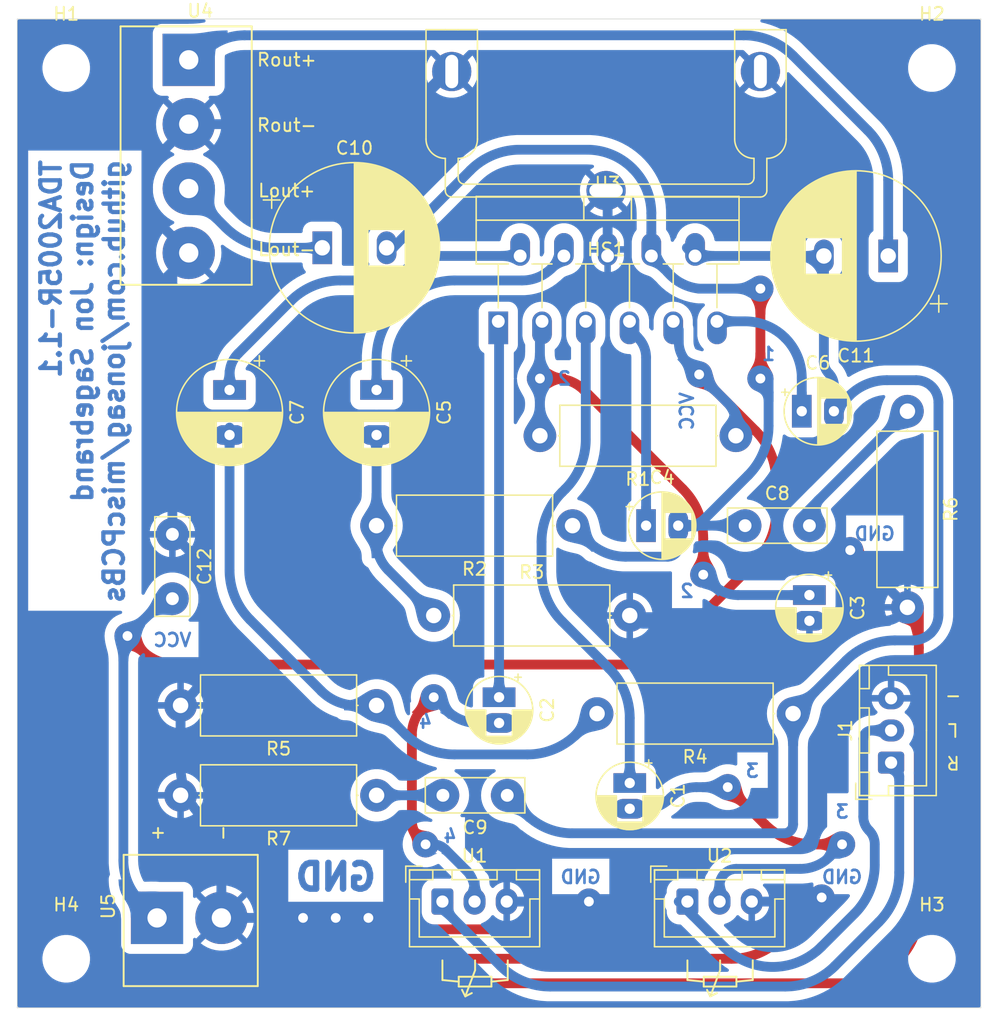
<source format=kicad_pcb>
(kicad_pcb (version 20240108) (generator "pcbnew") (generator_version "8.0")
  (layers (0 "F.Cu" signal) (31 "B.Cu" signal) (34 "B.Paste" user) (35 "F.Paste" user) (36 "B.SilkS" user "B.Silkscreen") (37 "F.SilkS" user "F.Silkscreen") (38 "B.Mask" user) (39 "F.Mask" user) (44 "Edge.Cuts" user))
  (net 0 "")
  (net 1 "Net-(C1-Pad2)")
  (net 2 "Net-(C1-Pad1)")
  (net 3 "Net-(C2-Pad2)")
  (net 4 "Net-(C2-Pad1)")
  (net 5 "Net-(C3-Pad1)")
  (net 6 "Net-(C5-Pad2)")
  (net 7 "Net-(C10-Pad2)")
  (net 8 "Net-(C4-Pad1)")
  (net 9 "GND")
  (net 10 "Net-(C5-Pad1)")
  (net 11 "Net-(C11-Pad2)")
  (net 12 "Net-(C6-Pad1)")
  (net 13 "Net-(C7-Pad2)")
  (net 14 "Net-(C7-Pad1)")
  (net 15 "Net-(C8-Pad2)")
  (net 16 "Net-(C9-Pad2)")
  (net 17 "Rout")
  (net 18 "Lout")
  (net 19 "+15V")
  (net 20 "Lin")
  (net 21 "Rin")
  (footprint "My_Misc:C_Disc_D7.5mm_W2.5mm_P5.00mm_larger" (layer "F.Cu") (at 186.935 -56.425 180)
    (property "Reference" "C9")
    (property "Value" "0.1u")
  )
  (footprint "My_Misc:C_Disc_D7.5mm_W2.5mm_P5.00mm_larger" (layer "F.Cu") (at 205.43 -77.38)
    (property "Reference" "C8")
    (property "Value" "0.1u")
  )
  (footprint "My_Misc:C_Disc_D7.5mm_W2.5mm_P5.00mm_larger" (layer "F.Cu") (at 160.9 -76.705 -90)
    (property "Reference" "C12")
    (property "Value" "0.1u")
  )
  (footprint "My_Misc:R_Axial_DIN0414_L11.9mm_D4.5mm_P15.24mm_Horizontal_larger" (layer "F.Cu") (at 204.715 -84.365 180)
    (property "Reference" "R1")
    (property "Value" "120k")
  )
  (footprint "My_Misc:R_Axial_DIN0414_L11.9mm_D4.5mm_P15.24mm_Horizontal_larger" (layer "F.Cu") (at 209.16 -62.775 180)
    (property "Reference" "R4")
    (property "Value" "1.2k")
  )
  (footprint "My_Misc:R_Axial_DIN0414_L11.9mm_D4.5mm_P15.24mm_Horizontal_larger" (layer "F.Cu") (at 176.775 -63.41 180)
    (property "Reference" "R5")
    (property "Value" "3R3")
  )
  (footprint "My_Misc:R_Axial_DIN0414_L11.9mm_D4.5mm_P15.24mm_Horizontal_larger" (layer "F.Cu") (at 192.015 -77.38 180)
    (property "Reference" "R2")
    (property "Value" "1.2k")
  )
  (footprint "My_Misc:R_Axial_DIN0414_L11.9mm_D4.5mm_P15.24mm_Horizontal_larger" (layer "F.Cu") (at 181.22 -70.395)
    (property "Reference" "R3")
    (property "Value" "3R3")
  )
  (footprint "My_Misc:R_Axial_DIN0414_L11.9mm_D4.5mm_P15.24mm_Horizontal_larger" (layer "F.Cu") (at 176.775 -56.425 180)
    (property "Reference" "R7")
    (property "Value" "1R")
  )
  (footprint "My_Misc:R_Axial_DIN0414_L11.9mm_D4.5mm_P15.24mm_Horizontal_larger" (layer "F.Cu") (at 218.05 -86.27 -90)
    (property "Reference" "R6")
    (property "Value" "1R")
  )
  (footprint "My_Misc:TO-220-11_P3.4x5.08mm_StaggerOdd_Lead4.85mm_Vertical_large" (layer "F.Cu") (at 186.24 -93.255)
    (property "Reference" "U3")
    (property "Value" "TDA2005")
  )
  (footprint "My_Parts:4-pole_screw_terminal_RL_output" (layer "F.Cu") (at 162.17 -113.575)
    (property "Reference" "U4")
    (property "Value" "Speakers" (hide yes))
  )
  (footprint "My_Parts:2-pole_power_in_screw_terminal" (layer "F.Cu") (at 159.71 -46.9 90)
    (property "Reference" "U5")
    (property "Value" "Power In" (hide yes))
  )
  (footprint "My_Heatsinks:EK-41002859" (layer "F.Cu") (at 194.62 -103.415 180)
    (property "Reference" "HS1")
    (property "Value" "Heatsink_Pad")
  )
  (footprint "MountingHole:MountingHole_3.2mm_M3" (layer "F.Cu") (at 152.645 -43.725)
    (property "Reference" "H4")
    (property "Value" "MountingHole")
  )
  (footprint "MountingHole:MountingHole_3.2mm_M3" (layer "F.Cu") (at 219.955 -112.94)
    (property "Reference" "H2")
    (property "Value" "MountingHole")
  )
  (footprint "My_Headers:3-pin JST Potentiometer" (layer "F.Cu") (at 181.895 -48.17)
    (property "Reference" "U1")
    (property "Value" "Vol R" (hide yes))
  )
  (footprint "My_Misc:CP_Radial_D13.0mm_P5.00mm_larger" (layer "F.Cu") (at 216.555216 -98.335 180)
    (property "Reference" "C11")
    (property "Value" "2200u")
  )
  (footprint "My_Misc:CP_Radial_D8.0mm_P3.50mm_large" (layer "F.Cu") (at 176.775 -87.922651 -90)
    (property "Reference" "C5")
    (property "Value" "220u")
  )
  (footprint "My_Misc:CP_Radial_D8.0mm_P3.50mm_large" (layer "F.Cu") (at 165.345 -87.922651 -90)
    (property "Reference" "C7")
    (property "Value" "220u")
  )
  (footprint "My_Misc:CP_Radial_D5.0mm_P2.00mm_larger" (layer "F.Cu") (at 186.3 -64.045 -90)
    (property "Reference" "C2")
    (property "Value" "2.2u")
  )
  (footprint "My_Headers:3-pin JST Audio" (layer "F.Cu") (at 216.78 -58.965 90)
    (property "Reference" "J1")
    (property "Value" "Audio In" (hide yes))
  )
  (footprint "My_Misc:CP_Radial_D5.0mm_P2.50mm_larger_pads" (layer "F.Cu") (at 209.835 -86.27)
    (property "Reference" "C6")
    (property "Value" "100u" (hide yes))
  )
  (footprint "My_Misc:CP_Radial_D5.0mm_P2.50mm_larger_pads" (layer "F.Cu") (at 197.73 -77.38)
    (property "Reference" "C4")
    (property "Value" "100u" (hide yes))
  )
  (footprint "My_Misc:CP_Radial_D5.0mm_P2.00mm_larger" (layer "F.Cu") (at 210.43 -71.985112 -90)
    (property "Reference" "C3")
    (property "Value" "10u")
  )
  (footprint "My_Misc:CP_Radial_D5.0mm_P2.00mm_larger" (layer "F.Cu") (at 196.46 -57.380112 -90)
    (property "Reference" "C1")
    (property "Value" "2.2u")
  )
  (footprint "MountingHole:MountingHole_3.2mm_M3" (layer "F.Cu") (at 152.645 -112.94)
    (property "Reference" "H1")
    (property "Value" "MountingHole")
  )
  (footprint "My_Headers:3-pin JST Potentiometer" (layer "F.Cu") (at 200.945 -48.17)
    (property "Reference" "U2")
    (property "Value" "Vol L" (hide yes))
  )
  (footprint "MountingHole:MountingHole_3.2mm_M3" (layer "F.Cu") (at 219.955 -43.725)
    (property "Reference" "H3")
    (property "Value" "MountingHole")
  )
  (footprint "My_Misc:CP_Radial_D13.0mm_P5.00mm_larger" (layer "F.Cu") (at 172.554785 -98.97)
    (property "Reference" "C10")
    (property "Value" "2200u")
  )
  (gr_line (start 223.765 -116.75) (end 148.835 -116.75) (stroke (width 0.05)) (layer "Edge.Cuts"))
  (gr_line (start 148.835 -116.75) (end 148.835 -39.915) (stroke (width 0.05)) (layer "Edge.Cuts"))
  (gr_line (start 148.835 -39.915) (end 223.765 -39.915) (stroke (width 0.05)) (layer "Edge.Cuts"))
  (gr_line (start 223.765 -39.915) (end 223.765 -116.75) (stroke (width 0.05)) (layer "Edge.Cuts"))
  (gr_text "VCC" (at 200.905 -86.27 90) (layer "B.Cu") (effects (font (size 1.016 1.016) (thickness 0.2032)) (justify mirror)))
  (gr_text "TDA2005R-1.1\nDesign: Jon Sagebrand\ngithub.com/jonsag/miscPCBs" (at 153.915 -105.955 90) (layer "B.Cu") (effects (font (size 1.524 1.524) (thickness 0.3302)) (justify left mirror)))
  (gr_text "4" (at 180.585008 -62.140008 0) (layer "B.Cu") (effects (font (size 1.016 1.016) (thickness 0.2032)) (justify mirror)))
  (gr_text "GND" (at 212.97 -50.075 0) (layer "B.Cu") (effects (font (size 1.016 1.016) (thickness 0.2032)) (justify mirror)))
  (gr_text "1" (at 208.525008 -95.795008 0) (layer "B.Cu") (effects (font (size 1.016 1.016) (thickness 0.2032)) (justify mirror)))
  (gr_text "2" (at 191.380008 -88.810008 0) (layer "B.Cu") (effects (font (size 1.016 1.016) (thickness 0.2032)) (justify mirror)))
  (gr_text "GND" (at 192.65 -50.075 0) (layer "B.Cu") (effects (font (size 1.016 1.016) (thickness 0.2032)) (justify mirror)))
  (gr_text "VCC" (at 160.9 -68.49 0) (layer "B.Cu") (effects (font (size 1.016 1.016) (thickness 0.2032)) (justify mirror)))
  (gr_text "GND" (at 215.51 -76.745 0) (layer "B.Cu") (effects (font (size 1.016 1.016) (thickness 0.2032)) (justify mirror)))
  (gr_text "2" (at 200.905008 -72.300008 0) (layer "B.Cu") (effects (font (size 1.016 1.016) (thickness 0.2032)) (justify mirror)))
  (gr_text "4" (at 182.490008 -53.250008 0) (layer "B.Cu") (effects (font (size 1.016 1.016) (thickness 0.2032)) (justify mirror)))
  (gr_text "3" (at 212.970008 -55.155008 0) (layer "B.Cu") (effects (font (size 1.016 1.016) (thickness 0.2032)) (justify mirror)))
  (gr_text "3" (at 205.985008 -58.330008 0) (layer "B.Cu") (effects (font (size 1.016 1.016) (thickness 0.2032)) (justify mirror)))
  (gr_text "1" (at 207.255008 -90.715008 0) (layer "B.Cu") (effects (font (size 1.016 1.016) (thickness 0.2032)) (justify mirror)))
  (gr_text "GND" (at 173.6 -50.075 0) (layer "B.Cu") (effects (font (size 2 2) (thickness 0.5)) (justify mirror)))
  (segment (start 204.08 -57.06) (end 206.953455 -54.186544) (width 0.762) (layer "F.Cu") (net 1))
  (segment (start 212.97 -52.615) (end 210.7475 -52.615) (width 0.762) (layer "F.Cu") (net 1))
  (via (at 204.08 -57.06) (size 2.032) (drill 0.762) (layers "F.Cu" "B.Cu") (net 1))
  (via (at 212.97 -52.615) (size 2.032) (drill 0.762) (layers "F.Cu" "B.Cu") (net 1))
  (arc (start 206.953455 -54.186544) (mid 208.694177 -53.02343) (end 210.7475 -52.615) (width 0.762) (layer "F.Cu") (net 1))
  (segment (start 201.64477 -57.06) (end 204.08 -57.06) (width 0.762) (layer "B.Cu") (net 1))
  (segment (start 203.445 -49.409184) (end 203.445 -48.17) (width 0.762) (layer "B.Cu") (net 1))
  (segment (start 204.745815 -50.71) (end 209.717961 -50.71) (width 0.762) (layer "B.Cu") (net 1))
  (segment (start 212.0175 -51.6625) (end 212.97 -52.615) (width 0.762) (layer "B.Cu") (net 1))
  (segment (start 197.618511 -55.380112) (end 196.46 -55.380112) (width 0.762) (layer "B.Cu") (net 1))
  (segment (start 199.616966 -56.220056) (end 199.596212 -56.199302) (width 0.762) (layer "B.Cu") (net 1))
  (arc (start 212.0175 -51.6625) (mid 210.962462 -50.957546) (end 209.717961 -50.71) (width 0.762) (layer "B.Cu") (net 1))
  (arc (start 201.64477 -57.06) (mid 200.54733 -56.841705) (end 199.616966 -56.220056) (width 0.762) (layer "B.Cu") (net 1))
  (arc (start 203.826 -50.329) (mid 203.544018 -49.906984) (end 203.445 -49.409184) (width 0.762) (layer "B.Cu") (net 1))
  (arc (start 204.745815 -50.71) (mid 204.248014 -50.610981) (end 203.826 -50.329) (width 0.762) (layer "B.Cu") (net 1))
  (arc (start 199.596212 -56.199302) (mid 198.688835 -55.593012) (end 197.618511 -55.380112) (width 0.762) (layer "B.Cu") (net 1))
  (segment (start 191.446206 -80.223013) (end 191.196281 -79.973088) (width 0.762) (layer "B.Cu") (net 2))
  (segment (start 193.039999 -84.070769) (end 193.039999 -93.255) (width 0.762) (layer "B.Cu") (net 2))
  (segment (start 194.866207 -66.273792) (end 191.196281 -69.943718) (width 0.762) (layer "B.Cu") (net 2))
  (segment (start 189.602489 -76.125332) (end 189.602489 -73.791474) (width 0.762) (layer "B.Cu") (net 2))
  (segment (start 196.46 -62.426036) (end 196.46 -57.695) (width 0.762) (layer "B.Cu") (net 2))
  (arc (start 194.866207 -66.273792) (mid 196.045786 -64.508426) (end 196.46 -62.426036) (width 0.762) (layer "B.Cu") (net 2))
  (arc (start 191.196281 -79.973088) (mid 190.016702 -78.207722) (end 189.602489 -76.125332) (width 0.762) (layer "B.Cu") (net 2))
  (arc (start 189.602489 -73.791474) (mid 190.016702 -71.709083) (end 191.196281 -69.943718) (width 0.762) (layer "B.Cu") (net 2))
  (arc (start 193.039999 -84.070769) (mid 192.625785 -81.988378) (end 191.446206 -80.223013) (width 0.762) (layer "B.Cu") (net 2))
  (segment (start 179.522489 -61.147167) (end 179.522489 -54.428819) (width 0.762) (layer "F.Cu") (net 3))
  (segment (start 180.371244 -63.196244) (end 181.22 -64.045) (width 0.762) (layer "F.Cu") (net 3))
  (segment (start 180.585 -52.615) (end 180.053744 -53.146255) (width 0.762) (layer "F.Cu") (net 3))
  (via (at 181.22 -64.045) (size 2.032) (drill 0.762) (layers "F.Cu" "B.Cu") (net 3))
  (via (at 180.585 -52.615) (size 2.032) (drill 0.762) (layers "F.Cu" "B.Cu") (net 3))
  (arc (start 179.522489 -54.428819) (mid 179.660557 -53.7347) (end 180.053744 -53.146255) (width 0.762) (layer "F.Cu") (net 3))
  (arc (start 180.371244 -63.196244) (mid 179.743073 -62.256119) (end 179.522489 -61.147167) (width 0.762) (layer "F.Cu") (net 3))
  (segment (start 180.585 -52.615) (end 181.1565 -52.615) (width 0.762) (layer "B.Cu") (net 3))
  (segment (start 184.395 -49.059) (end 184.395 -48.17) (width 0.762) (layer "B.Cu") (net 3))
  (segment (start 183.766381 -50.576617) (end 182.132111 -52.210888) (width 0.762) (layer "B.Cu") (net 3))
  (segment (start 181.22 -64.045) (end 182.22 -63.045) (width 0.762) (layer "B.Cu") (net 3))
  (segment (start 184.634213 -62.045) (end 186.3 -62.045) (width 0.762) (layer "B.Cu") (net 3))
  (arc (start 182.132111 -52.210888) (mid 181.684497 -52.509974) (end 181.1565 -52.615) (width 0.762) (layer "B.Cu") (net 3))
  (arc (start 183.766381 -50.576617) (mid 184.231627 -49.880328) (end 184.395 -49.059) (width 0.762) (layer "B.Cu") (net 3))
  (arc (start 182.22 -63.045) (mid 183.32765 -62.304891) (end 184.634213 -62.045) (width 0.762) (layer "B.Cu") (net 3))
  (segment (start 186.3 -64.045) (end 186.3 -93.255) (width 0.762) (layer "B.Cu") (net 4))
  (segment (start 189.475 -88.81) (end 190.738199 -88.81) (width 0.762) (layer "F.Cu") (net 5))
  (segment (start 202.175 -76.382434) (end 202.175 -73.57) (width 0.762) (layer "F.Cu") (net 5))
  (segment (start 200.581207 -80.23019) (end 192.894614 -87.916783) (width 0.762) (layer "F.Cu") (net 5))
  (via (at 202.175 -73.57) (size 2.032) (drill 0.762) (layers "F.Cu" "B.Cu") (net 5))
  (via (at 189.475 -88.81) (size 2.032) (drill 0.762) (layers "F.Cu" "B.Cu") (net 5))
  (arc (start 200.581207 -80.23019) (mid 201.760786 -78.464824) (end 202.175 -76.382434) (width 0.762) (layer "F.Cu") (net 5))
  (arc (start 192.894614 -87.916783) (mid 191.905242 -88.57786) (end 190.738199 -88.81) (width 0.762) (layer "F.Cu") (net 5))
  (segment (start 204.880573 -71.985112) (end 210.43 -71.985112) (width 0.762) (layer "B.Cu") (net 5))
  (segment (start 189.475 -92.973325) (end 189.475 -88.81) (width 0.762) (layer "B.Cu") (net 5))
  (segment (start 202.967444 -72.777556) (end 202.175 -73.57) (width 0.762) (layer "B.Cu") (net 5))
  (segment (start 189.5575 -93.172499) (end 189.640001 -93.255) (width 0.762) (layer "B.Cu") (net 5))
  (segment (start 189.475 -88.81) (end 189.475 -84.365) (width 0.762) (layer "B.Cu") (net 5))
  (arc (start 202.967444 -72.777556) (mid 203.845195 -72.191061) (end 204.880573 -71.985112) (width 0.762) (layer "B.Cu") (net 5))
  (arc (start 189.5575 -93.172499) (mid 189.496441 -93.081117) (end 189.475 -92.973325) (width 0.762) (layer "B.Cu") (net 5))
  (segment (start 176.775 -78.65) (end 176.775 -76.11) (width 0.762) (layer "B.Cu") (net 6))
  (segment (start 177.673025 -73.941974) (end 181.22 -70.395) (width 0.762) (layer "B.Cu") (net 6))
  (segment (start 176.775 -78.65) (end 176.775 -84.422651) (width 0.762) (layer "B.Cu") (net 6))
  (arc (start 176.775 -76.11) (mid 177.008389 -74.936672) (end 177.673025 -73.941974) (width 0.762) (layer "B.Cu") (net 6))
  (segment (start 206.62 -95.795) (end 206.62 -88.81) (width 0.762) (layer "F.Cu") (net 7))
  (via (at 206.62 -88.81) (size 2.032) (drill 0.762) (layers "F.Cu" "B.Cu") (net 7))
  (via (at 206.62 -95.795) (size 2.032) (drill 0.762) (layers "F.Cu" "B.Cu") (net 7))
  (segment (start 198.139999 -101.666019) (end 198.139999 -100.131051) (width 0.762) (layer "B.Cu") (net 7))
  (segment (start 200.992 -77.38) (end 205.35 -77.38) (width 0.762) (layer "B.Cu") (net 7))
  (segment (start 196.133413 -74.967489) (end 199.403624 -74.967489) (width 0.762) (layer "B.Cu") (net 7))
  (segment (start 193.148449 -106.59) (end 187.918963 -106.59) (width 0.762) (layer "B.Cu") (net 7))
  (segment (start 207.255 -87.725987) (end 207.255 -85.134963) (width 0.762) (layer "B.Cu") (net 7))
  (segment (start 202.292815 -77.918815) (end 205.661207 -81.287207) (width 0.762) (layer "B.Cu") (net 7))
  (segment (start 201.851571 -95.795) (end 206.62 -95.795) (width 0.762) (layer "B.Cu") (net 7))
  (segment (start 206.9375 -88.4925) (end 206.62 -88.81) (width 0.762) (layer "B.Cu") (net 7))
  (segment (start 200.27 -75.833864) (end 200.27 -77.38) (width 0.762) (layer "B.Cu") (net 7))
  (segment (start 193.221255 -76.173744) (end 192.015 -77.38) (width 0.762) (layer "B.Cu") (net 7))
  (segment (start 184.071207 -104.996207) (end 177.41 -98.335) (width 0.762) (layer "B.Cu") (net 7))
  (arc (start 200.27 -75.833864) (mid 200.20405 -75.502316) (end 200.016244 -75.221244) (width 0.762) (layer "B.Cu") (net 7))
  (arc (start 206.9375 -88.4925) (mid 207.172484 -88.14082) (end 207.255 -87.725987) (width 0.762) (layer "B.Cu") (net 7))
  (arc (start 193.221255 -76.173744) (mid 194.557364 -75.280984) (end 196.133413 -74.967489) (width 0.762) (layer "B.Cu") (net 7))
  (arc (start 200.016244 -75.221244) (mid 199.735171 -75.033437) (end 199.403624 -74.967489) (width 0.762) (layer "B.Cu") (net 7))
  (arc (start 196.678008 -105.128009) (mid 197.760039 -103.526194) (end 198.139999 -101.666019) (width 0.762) (layer "B.Cu") (net 7))
  (arc (start 196.678008 -105.128009) (mid 195.058632 -106.21004) (end 193.148449 -106.59) (width 0.762) (layer "B.Cu") (net 7))
  (arc (start 200.992 -77.38) (mid 200.992 -77.38) (end 200.992 -77.38) (width 0.762) (layer "B.Cu") (net 7))
  (arc (start 187.918963 -106.59) (mid 185.836572 -106.175786) (end 184.071207 -104.996207) (width 0.762) (layer "B.Cu") (net 7))
  (arc (start 198.139999 -100.131051) (mid 198.470061 -98.471716) (end 199.409999 -97.065) (width 0.762) (layer "B.Cu") (net 7))
  (arc (start 199.409999 -97.065) (mid 200.654418 -96.125062) (end 201.851571 -95.795) (width 0.762) (layer "B.Cu") (net 7))
  (arc (start 202.292815 -77.918815) (mid 201.695996 -77.520033) (end 200.992 -77.38) (width 0.762) (layer "B.Cu") (net 7))
  (arc (start 207.255 -85.134963) (mid 206.840786 -83.052572) (end 205.661207 -81.287207) (width 0.762) (layer "B.Cu") (net 7))
  (segment (start 197.095 -91.985) (end 196.46 -92.62) (width 0.762) (layer "B.Cu") (net 8))
  (segment (start 197.73 -90.451974) (end 197.73 -77.38) (width 0.762) (layer "B.Cu") (net 8))
  (arc (start 197.095 -91.985) (mid 197.564968 -91.281641) (end 197.73 -90.451974) (width 0.762) (layer "B.Cu") (net 8))
  (segment (start 213.256036 -41.82) (end 178.393963 -41.82) (width 0.762) (layer "F.Cu") (net 9))
  (segment (start 176.14 -46.9) (end 176.58426 -46.45574) (width 0.762) (layer "F.Cu") (net 9))
  (segment (start 173.824506 -46.040493) (end 174.87 -44.995) (width 0.762) (layer "F.Cu") (net 9))
  (segment (start 189.600175 -46.01148) (end 177.656798 -46.01148) (width 0.762) (layer "F.Cu") (net 9))
  (segment (start 208.213792 -45.318792) (end 211.3825 -48.4875) (width 0.762) (layer "F.Cu") (net 9))
  (segment (start 217.344727 -43.654727) (end 217.103792 -43.413792) (width 0.762) (layer "F.Cu") (net 9))
  (segment (start 213.605 -75.475) (end 217.344727 -71.735272) (width 0.762) (layer "F.Cu") (net 9))
  (segment (start 192.20574 -47.09074) (end 193.285 -48.17) (width 0.762) (layer "F.Cu") (net 9))
  (segment (start 204.366036 -43.725) (end 177.936051 -43.725) (width 0.762) (layer "F.Cu") (net 9))
  (segment (start 171.06 -46.9) (end 174.546207 -43.413792) (width 0.762) (layer "F.Cu") (net 9))
  (segment (start 173.6 -46.5825) (end 173.6 -46.9) (width 0.762) (layer "F.Cu") (net 9))
  (segment (start 218.93852 -67.887516) (end 218.93852 -47.502483) (width 0.762) (layer "F.Cu") (net 9))
  (via (at 211.3825 -48.4875) (size 2.032) (drill 0.762) (layers "F.Cu" "B.Cu") (net 9))
  (via (at 213.605 -75.475) (size 2.032) (drill 0.762) (layers "F.Cu" "B.Cu") (net 9))
  (via (at 176.14 -46.9) (size 2.032) (drill 0.762) (layers "F.Cu" "B.Cu") (net 9))
  (via (at 173.6 -46.9) (size 2.032) (drill 0.762) (layers "F.Cu" "B.Cu") (net 9))
  (via (at 193.285 -48.17) (size 2.032) (drill 0.762) (layers "F.Cu" "B.Cu") (net 9))
  (via (at 171.06 -46.9) (size 2.032) (drill 0.762) (layers "F.Cu" "B.Cu") (net 9))
  (arc (start 173.6 -46.5825) (mid 173.658347 -46.289168) (end 173.824506 -46.040493) (width 0.762) (layer "F.Cu") (net 9))
  (arc (start 174.546207 -43.413792) (mid 176.311572 -42.234213) (end 178.393963 -41.82) (width 0.762) (layer "F.Cu") (net 9))
  (arc (start 208.213792 -45.318792) (mid 206.448426 -44.139213) (end 204.366036 -43.725) (width 0.762) (layer "F.Cu") (net 9))
  (arc (start 217.344727 -71.735272) (mid 218.524306 -69.969906) (end 218.93852 -67.887516) (width 0.762) (layer "F.Cu") (net 9))
  (arc (start 174.87 -44.995) (mid 176.276716 -44.055062) (end 177.936051 -43.725) (width 0.762) (layer "F.Cu") (net 9))
  (arc (start 192.20574 -47.09074) (mid 191.010296 -46.29197) (end 189.600175 -46.01148) (width 0.762) (layer "F.Cu") (net 9))
  (arc (start 176.58426 -46.45574) (mid 177.076344 -46.126939) (end 177.656798 -46.01148) (width 0.762) (layer "F.Cu") (net 9))
  (arc (start 218.93852 -47.502483) (mid 218.524306 -45.420092) (end 217.344727 -43.654727) (width 0.762) (layer "F.Cu") (net 9))
  (arc (start 217.103792 -43.413792) (mid 215.338426 -42.234213) (end 213.256036 -41.82) (width 0.762) (layer "F.Cu") (net 9))
  (segment (start 161.945493 -108.270493) (end 160.25802 -106.58302) (width 0.762) (layer "B.Cu") (net 9))
  (segment (start 171.06 -46.9) (end 173.6 -46.9) (width 0.762) (layer "B.Cu") (net 9))
  (segment (start 194.740001 -103.099183) (end 194.740001 -98.335) (width 0.762) (layer "B.Cu") (net 9))
  (segment (start 160.14094 -100.604059) (end 162.17 -98.575) (width 0.762) (layer "B.Cu") (net 9))
  (segment (start 211.3825 -48.4875) (end 211.22375 -48.32875) (width 0.762) (layer "B.Cu") (net 9))
  (segment (start 175.871036 -108.575) (end 162.17 -108.575) (width 0.762) (layer "B.Cu") (net 9))
  (segment (start 166.709998 -46.9) (end 168.2025 -46.9) (width 0.762) (layer "B.Cu") (net 9))
  (segment (start 162.106255 -75.538744) (end 160.9 -76.745) (width 0.762) (layer "B.Cu") (net 9))
  (segment (start 194.6475 -103.322499) (end 194.555 -103.415) (width 0.762) (layer "B.Cu") (net 9))
  (segment (start 163.312511 -72.626586) (end 163.312511 -66.444401) (width 0.762) (layer "B.Cu") (net 9))
  (segment (start 179.718792 -110.168792) (end 182.49 -112.94) (width 0.762) (layer "B.Cu") (net 9))
  (segment (start 197.544012 -69.76) (end 211.065 -69.76) (width 0.762) (layer "B.Cu") (net 9))
  (segment (start 160.9 -96.801974) (end 160.9 -76.705) (width 0.762) (layer "B.Cu") (net 9))
  (segment (start 170.1075 -46.9) (end 168.2025 -46.9) (width 0.762) (layer "B.Cu") (net 9))
  (segment (start 161.535 -98.335) (end 162.17 -98.97) (width 0.762) (layer "B.Cu") (net 9))
  (segment (start 161.535 -62.325987) (end 161.535 -58.670064) (width 0.762) (layer "B.Cu") (net 9))
  (segment (start 176.14 -46.9) (end 173.6 -46.9) (width 0.762) (layer "B.Cu") (net 9))
  (segment (start 193.285 -48.17) (end 186.895 -48.17) (width 0.762) (layer "B.Cu") (net 9))
  (segment (start 164.71 -48.899998) (end 164.71 -51.250001) (width 0.762) (layer "B.Cu") (net 9))
  (segment (start 196.7775 -70.0775) (end 196.46 -70.395) (width 0.762) (layer "B.Cu") (net 9))
  (segment (start 211.3825 -48.4875) (end 211.7 -48.805) (width 0.762) (layer "B.Cu") (net 9))
  (segment (start 162.4875 -108.495) (end 162.805 -108.495) (width 0.762) (layer "B.Cu") (net 9))
  (segment (start 162.423755 -64.298755) (end 161.535 -63.41) (width 0.762) (layer "B.Cu") (net 9))
  (segment (start 216.266264 -69.985112) (end 210.43 -69.985112) (width 0.762) (layer "B.Cu") (net 9))
  (segment (start 213.605 -75.475) (end 217.527556 -71.552444) (width 0.762) (layer "B.Cu") (net 9))
  (segment (start 210.840493 -48.17) (end 205.945 -48.17) (width 0.762) (layer "B.Cu") (net 9))
  (segment (start 161.8525 -63.0925) (end 162.17 -63.41) (width 0.762) (layer "B.Cu") (net 9))
  (segment (start 171.06 -46.9) (end 170.1075 -46.9) (width 0.762) (layer "B.Cu") (net 9))
  (arc (start 179.718792 -110.168792) (mid 177.953426 -108.989213) (end 175.871036 -108.575) (width 0.762) (layer "B.Cu") (net 9))
  (arc (start 158.995489 -103.535) (mid 159.293182 -101.915851) (end 160.14094 -100.604059) (width 0.762) (layer "B.Cu") (net 9))
  (arc (start 217.527556 -70.507556) (mid 216.94887 -70.12089) (end 216.266264 -69.985112) (width 0.762) (layer "B.Cu") (net 9))
  (arc (start 163.312511 -66.444401) (mid 163.08153 -65.283185) (end 162.423755 -64.298755) (width 0.762) (layer "B.Cu") (net 9))
  (arc (start 211.22375 -48.32875) (mid 211.04791 -48.211257) (end 210.840493 -48.17) (width 0.762) (layer "B.Cu") (net 9))
  (arc (start 161.535 -98.335) (mid 161.065031 -97.631641) (end 160.9 -96.801974) (width 0.762) (layer "B.Cu") (net 9))
  (arc (start 162.4875 -108.495) (mid 162.194168 -108.436652) (end 161.945493 -108.270493) (width 0.762) (layer "B.Cu") (net 9))
  (arc (start 196.7775 -70.0775) (mid 197.129178 -69.842515) (end 197.544012 -69.76) (width 0.762) (layer "B.Cu") (net 9))
  (arc (start 160.25802 -106.58302) (mid 159.32361 -105.184576) (end 158.995489 -103.535) (width 0.762) (layer "B.Cu") (net 9))
  (arc (start 162.106255 -75.538744) (mid 162.999015 -74.202634) (end 163.312511 -72.626586) (width 0.762) (layer "B.Cu") (net 9))
  (arc (start 164.71 -48.899998) (mid 165.295785 -47.485785) (end 166.709998 -46.9) (width 0.762) (layer "B.Cu") (net 9))
  (arc (start 163.1225 -54.8375) (mid 164.297422 -53.142795) (end 164.71 -51.250001) (width 0.762) (layer "B.Cu") (net 9))
  (arc (start 161.535 -58.670064) (mid 161.947577 -56.595895) (end 163.1225 -54.8375) (width 0.762) (layer "B.Cu") (net 9))
  (arc (start 194.6475 -103.322499) (mid 194.71596 -103.22004) (end 194.740001 -103.099183) (width 0.762) (layer "B.Cu") (net 9))
  (arc (start 217.527556 -71.552444) (mid 217.743959 -71.03) (end 217.527556 -70.507556) (width 0.762) (layer "B.Cu") (net 9))
  (arc (start 161.8525 -63.0925) (mid 161.617515 -62.74082) (end 161.535 -62.325987) (width 0.762) (layer "B.Cu") (net 9))
  (segment (start 178.991207 -94.836207) (end 178.368792 -94.213792) (width 0.762) (layer "B.Cu") (net 10))
  (segment (start 176.775 -90.366036) (end 176.775 -87.54) (width 0.762) (layer "B.Cu") (net 10))
  (segment (start 190.3875 -97.3825) (end 191.34 -98.335) (width 0.762) (layer "B.Cu") (net 10))
  (segment (start 182.838963 -96.43) (end 188.087961 -96.43) (width 0.762) (layer "B.Cu") (net 10))
  (arc (start 178.368792 -94.213792) (mid 177.189213 -92.448426) (end 176.775 -90.366036) (width 0.762) (layer "B.Cu") (net 10))
  (arc (start 182.838963 -96.43) (mid 180.756572 -96.015786) (end 178.991207 -94.836207) (width 0.762) (layer "B.Cu") (net 10))
  (arc (start 190.3875 -97.3825) (mid 189.332462 -96.677546) (end 188.087961 -96.43) (width 0.762) (layer "B.Cu") (net 10))
  (segment (start 217.069092 -68.461592) (end 218.463627 -68.461592) (width 0.762) (layer "B.Cu") (net 11))
  (segment (start 213.275047 -66.890047) (end 210.753792 -64.368792) (width 0.762) (layer "B.Cu") (net 11))
  (segment (start 218.72976 -88.682511) (end 216.453413 -88.682511) (width 0.762) (layer "B.Cu") (net 11))
  (segment (start 209.16 -54.174495) (end 209.16 -60.521036) (width 0.762) (layer "B.Cu") (net 11))
  (segment (start 209.555217 -98.335) (end 201.989012 -98.335) (width 0.762) (layer "B.Cu") (net 11))
  (segment (start 211.555216 -90.141174) (end 211.555216 -96.335001) (width 0.762) (layer "B.Cu") (net 11))
  (segment (start 213.233025 -87.168025) (end 213.541255 -87.476255) (width 0.762) (layer "B.Cu") (net 11))
  (segment (start 220.462511 -70.460475) (end 220.462511 -86.94976) (width 0.762) (layer "B.Cu") (net 11))
  (segment (start 201.2225 -98.6525) (end 200.905 -98.97) (width 0.762) (layer "B.Cu") (net 11))
  (segment (start 191.969954 -53.475592) (end 208.461096 -53.475592) (width 0.762) (layer "B.Cu") (net 11))
  (segment (start 188.409704 -54.950296) (end 186.935 -56.425) (width 0.762) (layer "B.Cu") (net 11))
  (segment (start 212.335 -87.54) (end 212.335 -88.258609) (width 0.762) (layer "B.Cu") (net 11))
  (arc (start 201.2225 -98.6525) (mid 201.574178 -98.417515) (end 201.989012 -98.335) (width 0.762) (layer "B.Cu") (net 11))
  (arc (start 220.462511 -70.460475) (mid 220.310354 -69.695535) (end 219.877051 -69.047051) (width 0.762) (layer "B.Cu") (net 11))
  (arc (start 219.955 -88.175) (mid 219.392855 -88.550613) (end 218.72976 -88.682511) (width 0.762) (layer "B.Cu") (net 11))
  (arc (start 217.069092 -68.461592) (mid 215.015769 -68.05316) (end 213.275047 -66.890047) (width 0.762) (layer "B.Cu") (net 11))
  (arc (start 211.555216 -90.141174) (mid 211.656545 -89.631755) (end 211.945108 -89.199892) (width 0.762) (layer "B.Cu") (net 11))
  (arc (start 211.555216 -96.335001) (mid 210.969429 -97.749213) (end 209.555217 -98.335) (width 0.762) (layer "B.Cu") (net 11))
  (arc (start 208.955296 -53.680296) (mid 208.728555 -53.528792) (end 208.461096 -53.475592) (width 0.762) (layer "B.Cu") (net 11))
  (arc (start 219.955 -88.175) (mid 220.330613 -87.612855) (end 220.462511 -86.94976) (width 0.762) (layer "B.Cu") (net 11))
  (arc (start 212.335 -87.54) (mid 212.659739 -87.053991) (end 213.233025 -87.168025) (width 0.762) (layer "B.Cu") (net 11))
  (arc (start 188.409704 -54.950296) (mid 190.04316 -53.858855) (end 191.969954 -53.475592) (width 0.762) (layer "B.Cu") (net 11))
  (arc (start 219.877051 -69.047051) (mid 219.228566 -68.613747) (end 218.463627 -68.461592) (width 0.762) (layer "B.Cu") (net 11))
  (arc (start 216.453413 -88.682511) (mid 214.877364 -88.369015) (end 213.541255 -87.476255) (width 0.762) (layer "B.Cu") (net 11))
  (arc (start 211.945108 -89.199892) (mid 212.23367 -88.768027) (end 212.335 -88.258609) (width 0.762) (layer "B.Cu") (net 11))
  (arc (start 209.16 -54.174495) (mid 209.106799 -53.907036) (end 208.955296 -53.680296) (width 0.762) (layer "B.Cu") (net 11))
  (arc (start 210.753792 -64.368792) (mid 209.574213 -62.603426) (end 209.16 -60.521036) (width 0.762) (layer "B.Cu") (net 11))
  (segment (start 209.835 -88.850664) (end 209.835 -86.27) (width 0.762) (layer "B.Cu") (net 12))
  (segment (start 205.430664 -93.255) (end 203.445 -93.255) (width 0.762) (layer "B.Cu") (net 12))
  (arc (start 208.545 -91.965) (mid 207.11613 -92.919739) (end 205.430664 -93.255) (width 0.762) (layer "B.Cu") (net 12))
  (arc (start 208.545 -91.965) (mid 209.499739 -90.53613) (end 209.835 -88.850664) (width 0.762) (layer "B.Cu") (net 12))
  (segment (start 188.499935 -59.6) (end 182.838963 -59.6) (width 0.762) (layer "B.Cu") (net 13))
  (segment (start 166.938792 -70.071207) (end 172.477467 -64.532532) (width 0.762) (layer "B.Cu") (net 13))
  (segment (start 165.345 -73.918963) (end 165.345 -85) (width 0.762) (layer "B.Cu") (net 13))
  (segment (start 192.3325 -61.1875) (end 193.92 -62.775) (width 0.762) (layer "B.Cu") (net 13))
  (segment (start 177.897531 -62.287467) (end 178.991207 -61.193792) (width 0.762) (layer "B.Cu") (net 13))
  (arc (start 192.3325 -61.1875) (mid 190.574104 -60.012577) (end 188.499935 -59.6) (width 0.762) (layer "B.Cu") (net 13))
  (arc (start 165.345 -73.918963) (mid 165.759213 -71.836572) (end 166.938792 -70.071207) (width 0.762) (layer "B.Cu") (net 13))
  (arc (start 172.477467 -64.532532) (mid 173.72084 -63.701736) (end 175.1875 -63.41) (width 0.762) (layer "B.Cu") (net 13))
  (arc (start 178.991207 -61.193792) (mid 180.756572 -60.014213) (end 182.838963 -59.6) (width 0.762) (layer "B.Cu") (net 13))
  (arc (start 177.897531 -62.287467) (mid 176.654158 -63.118263) (end 175.1875 -63.41) (width 0.762) (layer "B.Cu") (net 13))
  (segment (start 180.329895 -98.590104) (end 180.271579 -98.64842) (width 0.762) (layer "B.Cu") (net 14))
  (segment (start 170.101207 -94.836207) (end 166.018519 -90.753519) (width 0.762) (layer "B.Cu") (net 14))
  (segment (start 176.901948 -96.43) (end 173.948963 -96.43) (width 0.762) (layer "B.Cu") (net 14))
  (segment (start 180.945772 -98.335) (end 187.94 -98.335) (width 0.762) (layer "B.Cu") (net 14))
  (segment (start 165.345 -89.1275) (end 165.345 -88.175) (width 0.762) (layer "B.Cu") (net 14))
  (segment (start 179.145487 -97.359304) (end 179.878002 -98.091819) (width 0.762) (layer "B.Cu") (net 14))
  (arc (start 180.271579 -98.64842) (mid 180.145952 -98.673409) (end 180.074791 -98.566908) (width 0.762) (layer "B.Cu") (net 14))
  (arc (start 166.018519 -90.753519) (mid 165.520041 -90.007495) (end 165.345 -89.1275) (width 0.762) (layer "B.Cu") (net 14))
  (arc (start 180.074791 -98.566908) (mid 180.023647 -98.309792) (end 179.878002 -98.091819) (width 0.762) (layer "B.Cu") (net 14))
  (arc (start 173.948963 -96.43) (mid 171.866572 -96.015786) (end 170.101207 -94.836207) (width 0.762) (layer "B.Cu") (net 14))
  (arc (start 180.329895 -98.590104) (mid 180.612461 -98.401299) (end 180.945772 -98.335) (width 0.762) (layer "B.Cu") (net 14))
  (arc (start 179.145487 -97.359304) (mid 178.116142 -96.671518) (end 176.901948 -96.43) (width 0.762) (layer "B.Cu") (net 14))
  (segment (start 210.43 -77.6975) (end 210.43 -76.745) (width 0.762) (layer "B.Cu") (net 15))
  (segment (start 211.103519 -79.323519) (end 218.05 -86.27) (width 0.762) (layer "B.Cu") (net 15))
  (arc (start 211.103519 -79.323519) (mid 210.605041 -78.577495) (end 210.43 -77.6975) (width 0.762) (layer "B.Cu") (net 15))
  (segment (start 181.935 -56.425) (end 176.14 -56.425) (width 0.762) (layer "B.Cu") (net 16))
  (segment (start 163.44 -114.21) (end 162.17 -112.94) (width 0.762) (layer "B.Cu") (net 17))
  (segment (start 216.555216 -104.246837) (end 216.555216 -98.335) (width 0.762) (layer "B.Cu") (net 17))
  (segment (start 205.322053 -115.48) (end 166.506051 -115.48) (width 0.762) (layer "B.Cu") (net 17))
  (segment (start 214.961423 -108.094593) (end 209.169809 -113.886207) (width 0.762) (layer "B.Cu") (net 17))
  (arc (start 209.169809 -113.886207) (mid 207.404443 -115.065786) (end 205.322053 -115.48) (width 0.762) (layer "B.Cu") (net 17))
  (arc (start 166.506051 -115.48) (mid 164.846716 -115.149937) (end 163.44 -114.21) (width 0.762) (layer "B.Cu") (net 17))
  (arc (start 214.961423 -108.094593) (mid 216.141002 -106.329227) (end 216.555216 -104.246837) (width 0.762) (layer "B.Cu") (net 17))
  (segment (start 168.868963 -98.97) (end 172.554785 -98.97) (width 0.762) (layer "B.Cu") (net 18))
  (segment (start 165.021207 -100.563792) (end 161.535 -104.05) (width 0.762) (layer "B.Cu") (net 18))
  (arc (start 165.021207 -100.563792) (mid 166.786572 -99.384213) (end 168.868963 -98.97) (width 0.762) (layer "B.Cu") (net 18))
  (segment (start 206.248718 -74.591121) (end 199.836389 -68.178792) (width 0.762) (layer "F.Cu") (net 19))
  (segment (start 201.8575 -89.1275) (end 206.248718 -84.736281) (width 0.762) (layer "F.Cu") (net 19))
  (segment (start 161.201544 -66.585) (end 195.988633 -66.585) (width 0.762) (layer "F.Cu") (net 19))
  (segment (start 207.842511 -78.438877) (end 207.842511 -80.888525) (width 0.762) (layer "F.Cu") (net 19))
  (segment (start 158.51875 -67.69625) (end 157.4075 -68.8075) (width 0.762) (layer "F.Cu") (net 19))
  (via (at 157.4075 -68.8075) (size 2.032) (drill 0.762) (layers "F.Cu" "B.Cu") (net 19))
  (via (at 201.8575 -89.1275) (size 2.032) (drill 0.762) (layers "F.Cu" "B.Cu") (net 19))
  (arc (start 206.248718 -84.736281) (mid 207.428297 -82.970915) (end 207.842511 -80.888525) (width 0.762) (layer "F.Cu") (net 19))
  (arc (start 158.51875 -67.69625) (mid 159.749626 -66.873804) (end 161.201544 -66.585) (width 0.762) (layer "F.Cu") (net 19))
  (arc (start 199.836389 -68.178792) (mid 198.071023 -66.999213) (end 195.988633 -66.585) (width 0.762) (layer "F.Cu") (net 19))
  (arc (start 207.842511 -78.438877) (mid 207.428297 -76.356486) (end 206.248718 -74.591121) (width 0.762) (layer "F.Cu") (net 19))
  (segment (start 200.943519 -90.04148) (end 201.8575 -89.1275) (width 0.762) (layer "B.Cu") (net 19))
  (segment (start 157.09 -68.265493) (end 157.09 -51.372619) (width 0.762) (layer "B.Cu") (net 19))
  (segment (start 201.8575 -89.1275) (end 204.04148 -86.943519) (width 0.762) (layer "B.Cu") (net 19))
  (segment (start 157.4075 -68.8075) (end 160.265 -71.665) (width 0.762) (layer "B.Cu") (net 19))
  (segment (start 200.27 -91.6675) (end 200.27 -92.62) (width 0.762) (layer "B.Cu") (net 19))
  (segment (start 158.4 -48.21) (end 159.71 -46.9) (width 0.762) (layer "B.Cu") (net 19))
  (segment (start 204.715 -85.3175) (end 204.715 -84.365) (width 0.762) (layer "B.Cu") (net 19))
  (segment (start 157.24875 -68.64875) (end 157.4075 -68.8075) (width 0.762) (layer "B.Cu") (net 19))
  (arc (start 157.09 -51.372619) (mid 157.430457 -49.661022) (end 158.4 -48.21) (width 0.762) (layer "B.Cu") (net 19))
  (arc (start 200.27 -91.6675) (mid 200.445041 -90.787504) (end 200.943519 -90.04148) (width 0.762) (layer "B.Cu") (net 19))
  (arc (start 157.24875 -68.64875) (mid 157.131257 -68.47291) (end 157.09 -68.265493) (width 0.762) (layer "B.Cu") (net 19))
  (arc (start 204.04148 -86.943519) (mid 204.539957 -86.197495) (end 204.715 -85.3175) (width 0.762) (layer "B.Cu") (net 19))
  (segment (start 215.271068 -61.465) (end 216.78 -61.465) (width 0.762) (layer "B.Cu") (net 20))
  (segment (start 213.938455 -47.233455) (end 211.366544 -44.661544) (width 0.762) (layer "B.Cu") (net 20))
  (segment (start 215.51 -51.0275) (end 215.51 -52.621721) (width 0.762) (layer "B.Cu") (net 20))
  (segment (start 203.778455 -44.661544) (end 200.27 -48.17) (width 0.762) (layer "B.Cu") (net 20))
  (segment (start 214.62148 -60.815411) (end 214.62148 -54.766798) (width 0.762) (layer "B.Cu") (net 20))
  (arc (start 214.81174 -61.27474) (mid 214.670926 -61.063998) (end 214.62148 -60.815411) (width 0.762) (layer "B.Cu") (net 20))
  (arc (start 215.271068 -61.465) (mid 215.022481 -61.415553) (end 214.81174 -61.27474) (width 0.762) (layer "B.Cu") (net 20))
  (arc (start 215.51 -51.0275) (mid 215.101568 -48.974177) (end 213.938455 -47.233455) (width 0.762) (layer "B.Cu") (net 20))
  (arc (start 215.06574 -53.69426) (mid 215.39454 -53.202175) (end 215.51 -52.621721) (width 0.762) (layer "B.Cu") (net 20))
  (arc (start 211.366544 -44.661544) (mid 209.625822 -43.49843) (end 207.5725 -43.09) (width 0.762) (layer "B.Cu") (net 20))
  (arc (start 203.778455 -44.661544) (mid 205.519177 -43.49843) (end 207.5725 -43.09) (width 0.762) (layer "B.Cu") (net 20))
  (arc (start 214.62148 -54.766798) (mid 214.736939 -54.186344) (end 215.06574 -53.69426) (width 0.762) (layer "B.Cu") (net 20))
  (segment (start 208.557516 -41.56648) (end 190.268635 -41.56648) (width 0.762) (layer "B.Cu") (net 21))
  (segment (start 181.895 -47.928076) (end 181.895 -48.17) (width 0.762) (layer "B.Cu") (net 21))
  (segment (start 212.405272 -43.160272) (end 215.821207 -46.576207) (width 0.762) (layer "B.Cu") (net 21))
  (segment (start 217.0975 -58.6475) (end 216.78 -58.965) (width 0.762) (layer "B.Cu") (net 21))
  (segment (start 217.415 -57.880987) (end 217.415 -50.423963) (width 0.762) (layer "B.Cu") (net 21))
  (segment (start 186.420879 -43.160272) (end 182.066066 -47.515085) (width 0.762) (layer "B.Cu") (net 21))
  (arc (start 186.420879 -43.160272) (mid 188.186244 -41.980693) (end 190.268635 -41.56648) (width 0.762) (layer "B.Cu") (net 21))
  (arc (start 212.405272 -43.160272) (mid 210.639906 -41.980693) (end 208.557516 -41.56648) (width 0.762) (layer "B.Cu") (net 21))
  (arc (start 217.415 -50.423963) (mid 217.000786 -48.341572) (end 215.821207 -46.576207) (width 0.762) (layer "B.Cu") (net 21))
  (arc (start 217.0975 -58.6475) (mid 217.332484 -58.29582) (end 217.415 -57.880987) (width 0.762) (layer "B.Cu") (net 21))
  (arc (start 181.895 -47.928076) (mid 181.939458 -47.704567) (end 182.066066 -47.515085) (width 0.762) (layer "B.Cu") (net 21))
  (zone (net 3) (net_name "Net-(C2-Pad2)") (layer "F.Cu") (priority 16962) (connect_pads yes (clearance 0)) (min_thickness 0.0254) (fill yes (thermal_gap 0.508) (thermal_bridge_width 0.508))
    (polygon (pts (xy 180.056811 -62.342995) (xy 180.224346 -62.501086) (xy 180.375636 -62.624891) (xy 180.515285 -62.720278) (xy 180.647893 -62.793116) (xy 180.778064 -62.849273) (xy 180.910399 -62.894619) (xy 181.0495 -62.935023) (xy 181.19997 -62.976354) (xy 181.366411 -63.024479) (xy 181.553426 -63.08527) (xy 181.57921 -64.40421) (xy 180.26027 -64.378426) (xy 180.199479 -64.191411) (xy 180.151354 -64.02497) (xy 180.110023 -63.8745) (xy 180.069619 -63.735399) (xy 180.024273 -63.603064) (xy 179.968116 -63.472893) (xy 179.895278 -63.340285) (xy 179.799891 -63.200636) (xy 179.676086 -63.049346) (xy 179.517995 -62.881811)))
  )
  (zone (net 19) (net_name "+15V") (layer "F.Cu") (priority 16962) (connect_pads yes (clearance 0)) (min_thickness 0.0254) (fill yes (thermal_gap 0.508) (thermal_bridge_width 0.508))
    (polygon (pts (xy 159.109505 -67.644311) (xy 158.951413 -67.811846) (xy 158.827608 -67.963136) (xy 158.732221 -68.102785) (xy 158.659383 -68.235393) (xy 158.603226 -68.365564) (xy 158.55788 -68.497899) (xy 158.517476 -68.637) (xy 158.476145 -68.78747) (xy 158.42802 -68.953911) (xy 158.36723 -69.140926) (xy 157.04829 -69.16671) (xy 157.074074 -67.84777) (xy 157.261088 -67.786979) (xy 157.427529 -67.738854) (xy 157.577999 -67.697523) (xy 157.7171 -67.657119) (xy 157.849435 -67.611773) (xy 157.979606 -67.555616) (xy 158.112214 -67.482778) (xy 158.251863 -67.387391) (xy 158.403153 -67.263586) (xy 158.570689 -67.105495)))
  )
  (zone (net 3) (net_name "Net-(C2-Pad2)") (layer "F.Cu") (priority 16962) (connect_pads yes (clearance 0)) (min_thickness 0.0254) (fill yes (thermal_gap 0.508) (thermal_bridge_width 0.508))
    (polygon (pts (xy 179.141489 -54.210893) (xy 179.153459 -53.984205) (xy 179.18595 -53.79432) (xy 179.233831 -53.633026) (xy 179.291972 -53.492117) (xy 179.355244 -53.363381) (xy 179.418516 -53.238611) (xy 179.476657 -53.109597) (xy 179.524538 -52.968129) (xy 179.557029 -52.806) (xy 179.569 -52.615) (xy 180.94421 -52.25579) (xy 180.918426 -53.57473) (xy 180.774527 -53.616491) (xy 180.630385 -53.646793) (xy 180.489624 -53.671755) (xy 180.35587 -53.697495) (xy 180.232747 -53.730131) (xy 180.123881 -53.775781) (xy 180.032897 -53.840564) (xy 179.96342 -53.930598) (xy 179.919076 -54.052001) (xy 179.903489 -54.210893)))
  )
  (zone (net 1) (net_name "Net-(C1-Pad2)") (layer "F.Cu") (priority 16962) (connect_pads yes (clearance 0)) (min_thickness 0.0254) (fill yes (thermal_gap 0.508) (thermal_bridge_width 0.508))
    (polygon (pts (xy 205.782005 -55.896811) (xy 205.623913 -56.064346) (xy 205.500108 -56.215636) (xy 205.404721 -56.355285) (xy 205.331883 -56.487893) (xy 205.275726 -56.618064) (xy 205.23038 -56.750399) (xy 205.189976 -56.8895) (xy 205.148645 -57.03997) (xy 205.10052 -57.206411) (xy 205.03973 -57.393426) (xy 203.72079 -57.41921) (xy 203.746574 -56.10027) (xy 203.933588 -56.039479) (xy 204.100029 -55.991354) (xy 204.250499 -55.950023) (xy 204.3896 -55.909619) (xy 204.521935 -55.864273) (xy 204.652106 -55.808116) (xy 204.784714 -55.735278) (xy 204.924363 -55.639891) (xy 205.075653 -55.516086) (xy 205.243189 -55.357995)))
  )
  (zone (net 5) (net_name "Net-(C3-Pad1)") (layer "F.Cu") (priority 16962) (connect_pads yes (clearance 0)) (min_thickness 0.0254) (fill yes (thermal_gap 0.508) (thermal_bridge_width 0.508))
    (polygon (pts (xy 191.501 -89.191) (xy 191.270746 -89.197677) (xy 191.076224 -89.217113) (xy 190.910029 -89.24841) (xy 190.764756 -89.290675) (xy 190.633002 -89.34301) (xy 190.507363 -89.40452) (xy 190.380433 -89.47431) (xy 190.24481 -89.551484) (xy 190.093088 -89.635145) (xy 189.917864 -89.7244) (xy 188.967 -88.81) (xy 189.917864 -87.8956) (xy 190.093088 -87.984854) (xy 190.24481 -88.068515) (xy 190.380433 -88.145689) (xy 190.507363 -88.215479) (xy 190.633002 -88.276989) (xy 190.764756 -88.329324) (xy 190.910029 -88.371589) (xy 191.076224 -88.402886) (xy 191.270746 -88.422322) (xy 191.501 -88.429)))
  )
  (zone (net 5) (net_name "Net-(C3-Pad1)") (layer "F.Cu") (priority 16962) (connect_pads yes (clearance 0)) (min_thickness 0.0254) (fill yes (thermal_gap 0.508) (thermal_bridge_width 0.508))
    (polygon (pts (xy 201.794 -75.596) (xy 201.787322 -75.365746) (xy 201.767886 -75.171224) (xy 201.736589 -75.005029) (xy 201.694324 -74.859756) (xy 201.641989 -74.728002) (xy 201.580479 -74.602363) (xy 201.510689 -74.475433) (xy 201.433515 -74.33981) (xy 201.349854 -74.188088) (xy 201.2606 -74.012864) (xy 202.175 -73.062) (xy 203.0894 -74.012864) (xy 203.000145 -74.188088) (xy 202.916484 -74.33981) (xy 202.83931 -74.475433) (xy 202.76952 -74.602363) (xy 202.70801 -74.728002) (xy 202.655675 -74.859756) (xy 202.61341 -75.005029) (xy 202.582113 -75.171224) (xy 202.562677 -75.365746) (xy 202.556 -75.596)))
  )
  (zone (net 9) (net_name "GND") (layer "F.Cu") (priority 16962) (connect_pads yes (clearance 0)) (min_thickness 0.0254) (fill yes (thermal_gap 0.508) (thermal_bridge_width 0.508))
    (polygon (pts (xy 215.307005 -74.311811) (xy 215.148913 -74.479346) (xy 215.025108 -74.630636) (xy 214.929721 -74.770285) (xy 214.856883 -74.902893) (xy 214.800726 -75.033064) (xy 214.75538 -75.165399) (xy 214.714976 -75.3045) (xy 214.673645 -75.45497) (xy 214.62552 -75.621411) (xy 214.56473 -75.808426) (xy 213.24579 -75.83421) (xy 213.271574 -74.51527) (xy 213.458588 -74.454479) (xy 213.625029 -74.406354) (xy 213.775499 -74.365023) (xy 213.9146 -74.324619) (xy 214.046935 -74.279273) (xy 214.177106 -74.223116) (xy 214.309714 -74.150278) (xy 214.449363 -74.054891) (xy 214.600653 -73.931086) (xy 214.768189 -73.772995)))
  )
  (zone (net 9) (net_name "GND") (layer "F.Cu") (priority 16962) (connect_pads yes (clearance 0)) (min_thickness 0.0254) (fill yes (thermal_gap 0.508) (thermal_bridge_width 0.508))
    (polygon (pts (xy 192.121811 -46.467995) (xy 192.289346 -46.626086) (xy 192.440636 -46.749891) (xy 192.580285 -46.845278) (xy 192.712893 -46.918116) (xy 192.843064 -46.974273) (xy 192.975399 -47.019619) (xy 193.1145 -47.060023) (xy 193.26497 -47.101354) (xy 193.431411 -47.149479) (xy 193.618426 -47.21027) (xy 193.64421 -48.52921) (xy 192.32527 -48.503426) (xy 192.264479 -48.316411) (xy 192.216354 -48.14997) (xy 192.175023 -47.9995) (xy 192.134619 -47.860399) (xy 192.089273 -47.728064) (xy 192.033116 -47.597893) (xy 191.960278 -47.465285) (xy 191.864891 -47.325636) (xy 191.741086 -47.174346) (xy 191.582995 -47.006811)))
  )
  (zone (net 9) (net_name "GND") (layer "F.Cu") (priority 16962) (connect_pads yes (clearance 0)) (min_thickness 0.0254) (fill yes (thermal_gap 0.508) (thermal_bridge_width 0.508))
    (polygon (pts (xy 174.920168 -45.483648) (xy 174.795237 -45.619305) (xy 174.700561 -45.745766) (xy 174.632608 -45.865962) (xy 174.587849 -45.982826) (xy 174.562754 -46.099291) (xy 174.553793 -46.218289) (xy 174.557435 -46.342754) (xy 174.57015 -46.475617) (xy 174.588409 -46.619812) (xy 174.608681 -46.778272) (xy 173.434941 -47.380436) (xy 172.88158 -46.18158) (xy 173.045305 -46.025219) (xy 173.193266 -45.897247) (xy 173.330231 -45.789742) (xy 173.460963 -45.694781) (xy 173.590228 -45.604443) (xy 173.722793 -45.510806) (xy 173.863422 -45.405948) (xy 174.016881 -45.281947) (xy 174.187936 -45.130883) (xy 174.381352 -44.944832)))
  )
  (zone (net 1) (net_name "Net-(C1-Pad2)") (layer "F.Cu") (priority 16962) (connect_pads yes (clearance 0)) (min_thickness 0.0254) (fill yes (thermal_gap 0.508) (thermal_bridge_width 0.508))
    (polygon (pts (xy 210.944 -52.234) (xy 211.174253 -52.227322) (xy 211.368775 -52.207886) (xy 211.53497 -52.176589) (xy 211.680243 -52.134324) (xy 211.811997 -52.081989) (xy 211.937636 -52.020479) (xy 212.064566 -51.950689) (xy 212.200189 -51.873515) (xy 212.351911 -51.789854) (xy 212.527136 -51.7006) (xy 213.478 -52.615) (xy 212.527136 -53.5294) (xy 212.351911 -53.440145) (xy 212.200189 -53.356484) (xy 212.064566 -53.27931) (xy 211.937636 -53.20952) (xy 211.811997 -53.14801) (xy 211.680243 -53.095675) (xy 211.53497 -53.05341) (xy 211.368775 -53.022113) (xy 211.174253 -53.002677) (xy 210.944 -52.996)))
  )
  (zone (net 19) (net_name "+15V") (layer "F.Cu") (priority 16962) (connect_pads yes (clearance 0)) (min_thickness 0.0254) (fill yes (thermal_gap 0.508) (thermal_bridge_width 0.508))
    (polygon (pts (xy 203.559505 -87.964311) (xy 203.401413 -88.131846) (xy 203.277608 -88.283136) (xy 203.182221 -88.422785) (xy 203.109383 -88.555393) (xy 203.053226 -88.685564) (xy 203.00788 -88.817899) (xy 202.967476 -88.957) (xy 202.926145 -89.10747) (xy 202.87802 -89.273911) (xy 202.81723 -89.460926) (xy 201.49829 -89.48671) (xy 201.524074 -88.16777) (xy 201.711088 -88.106979) (xy 201.877529 -88.058854) (xy 202.027999 -88.017523) (xy 202.1671 -87.977119) (xy 202.299435 -87.931773) (xy 202.429606 -87.875616) (xy 202.562214 -87.802778) (xy 202.701863 -87.707391) (xy 202.853153 -87.583586) (xy 203.020689 -87.425495)))
  )
  (zone (net 7) (net_name "Net-(C10-Pad2)") (layer "F.Cu") (priority 16962) (connect_pads yes (clearance 0)) (min_thickness 0.0254) (fill yes (thermal_gap 0.508) (thermal_bridge_width 0.508))
    (polygon (pts (xy 206.239 -90.836) (xy 206.232322 -90.605746) (xy 206.212886 -90.411224) (xy 206.181589 -90.245029) (xy 206.139324 -90.099756) (xy 206.086989 -89.968002) (xy 206.025479 -89.842363) (xy 205.955689 -89.715433) (xy 205.878515 -89.57981) (xy 205.794854 -89.428088) (xy 205.7056 -89.252864) (xy 206.62 -88.302) (xy 207.5344 -89.252864) (xy 207.445145 -89.428088) (xy 207.361484 -89.57981) (xy 207.28431 -89.715433) (xy 207.21452 -89.842363) (xy 207.15301 -89.968002) (xy 207.100675 -90.099756) (xy 207.05841 -90.245029) (xy 207.027113 -90.411224) (xy 207.007677 -90.605746) (xy 207.001 -90.836)))
  )
  (zone (net 9) (net_name "GND") (layer "F.Cu") (priority 16962) (connect_pads yes (clearance 0)) (min_thickness 0.0254) (fill yes (thermal_gap 0.508) (thermal_bridge_width 0.508))
    (polygon (pts (xy 177.807962 -46.39248) (xy 177.65864 -46.404249) (xy 177.53776 -46.438063) (xy 177.441197 -46.491683) (xy 177.364827 -46.562869) (xy 177.304527 -46.64938) (xy 177.256172 -46.748977) (xy 177.215639 -46.85942) (xy 177.178804 -46.978469) (xy 177.141542 -47.103884) (xy 177.09973 -47.233426) (xy 175.78079 -47.25921) (xy 176.14 -45.884) (xy 176.336114 -45.876901) (xy 176.504584 -45.857633) (xy 176.653335 -45.829239) (xy 176.790288 -45.79476) (xy 176.923367 -45.75724) (xy 177.060495 -45.719719) (xy 177.209596 -45.68524) (xy 177.378591 -45.656846) (xy 177.575406 -45.637578) (xy 177.807962 -45.63048)))
  )
  (zone (net 9) (net_name "GND") (layer "F.Cu") (priority 16962) (connect_pads yes (clearance 0)) (min_thickness 0.0254) (fill yes (thermal_gap 0.508) (thermal_bridge_width 0.508))
    (polygon (pts (xy 172.762005 -45.736811) (xy 172.603913 -45.904346) (xy 172.480108 -46.055636) (xy 172.384721 -46.195285) (xy 172.311883 -46.327893) (xy 172.255726 -46.458064) (xy 172.21038 -46.590399) (xy 172.169976 -46.7295) (xy 172.128645 -46.87997) (xy 172.08052 -47.046411) (xy 172.01973 -47.233426) (xy 170.70079 -47.25921) (xy 170.726574 -45.94027) (xy 170.913588 -45.879479) (xy 171.080029 -45.831354) (xy 171.230499 -45.790023) (xy 171.3696 -45.749619) (xy 171.501935 -45.704273) (xy 171.632106 -45.648116) (xy 171.764714 -45.575278) (xy 171.904363 -45.479891) (xy 172.055653 -45.356086) (xy 172.223189 -45.197995)))
  )
  (zone (net 7) (net_name "Net-(C10-Pad2)") (layer "F.Cu") (priority 16962) (connect_pads yes (clearance 0)) (min_thickness 0.0254) (fill yes (thermal_gap 0.508) (thermal_bridge_width 0.508))
    (polygon (pts (xy 207.001 -93.769) (xy 207.007677 -93.999253) (xy 207.027113 -94.193775) (xy 207.05841 -94.35997) (xy 207.100675 -94.505243) (xy 207.15301 -94.636997) (xy 207.21452 -94.762636) (xy 207.28431 -94.889566) (xy 207.361484 -95.025189) (xy 207.445145 -95.176911) (xy 207.5344 -95.352136) (xy 206.62 -96.303) (xy 205.7056 -95.352136) (xy 205.794854 -95.176911) (xy 205.878515 -95.025189) (xy 205.955689 -94.889566) (xy 206.025479 -94.762636) (xy 206.086989 -94.636997) (xy 206.139324 -94.505243) (xy 206.181589 -94.35997) (xy 206.212886 -94.193775) (xy 206.232322 -93.999253) (xy 206.239 -93.769)))
  )
  (zone (net 9) (net_name "GND") (layer "F.Cu") (priority 16962) (connect_pads yes (clearance 0)) (min_thickness 0.0254) (fill yes (thermal_gap 0.508) (thermal_bridge_width 0.508))
    (polygon (pts (xy 219.31952 -68.85148) (xy 219.319533 -69.15196) (xy 219.319569 -69.406691) (xy 219.319623 -69.625943) (xy 219.319688 -69.819987) (xy 219.31976 -69.999093) (xy 219.319831 -70.17353) (xy 219.319896 -70.353569) (xy 219.31995 -70.54948) (xy 219.319986 -70.771534) (xy 219.32 -71.03) (xy 217.606012 -71.483981) (xy 217.619893 -69.83505) (xy 217.779301 -69.777927) (xy 217.927823 -69.722247) (xy 218.064071 -69.664033) (xy 218.186657 -69.599307) (xy 218.294192 -69.524093) (xy 218.385288 -69.434411) (xy 218.458557 -69.326287) (xy 218.512611 -69.195741) (xy 218.546061 -69.038798) (xy 218.55752 -68.85148)))
  )
  (zone (net 9) (net_name "GND") (layer "F.Cu") (priority 16962) (connect_pads yes (clearance 0)) (min_thickness 0.0254) (fill yes (thermal_gap 0.508) (thermal_bridge_width 0.508))
    (polygon (pts (xy 210.219311 -46.785495) (xy 210.386846 -46.943586) (xy 210.538136 -47.067391) (xy 210.677785 -47.162778) (xy 210.810393 -47.235616) (xy 210.940564 -47.291773) (xy 211.072899 -47.337119) (xy 211.212 -47.377523) (xy 211.36247 -47.418854) (xy 211.528911 -47.466979) (xy 211.715926 -47.52777) (xy 211.74171 -48.84671) (xy 210.42277 -48.820926) (xy 210.361979 -48.633911) (xy 210.313854 -48.46747) (xy 210.272523 -48.317) (xy 210.232119 -48.177899) (xy 210.186773 -48.045564) (xy 210.130616 -47.915393) (xy 210.057778 -47.782785) (xy 209.962391 -47.643136) (xy 209.838586 -47.491846) (xy 209.680495 -47.324311)))
  )
  (zone (net 9) (net_name "GND") (layer "F.Cu") (priority 16962) (connect_pads yes (clearance 0)) (min_thickness 0.0254) (fill yes (thermal_gap 0.508) (thermal_bridge_width 0.508))
    (polygon (pts (xy 216.880133 -71.661051) (xy 216.965377 -71.55311) (xy 217.005196 -71.4505) (xy 217.009273 -71.351484) (xy 216.987289 -71.254327) (xy 216.948927 -71.157293) (xy 216.90387 -71.058646) (xy 216.8618 -70.956651) (xy 216.8324 -70.849572) (xy 216.825351 -70.735673) (xy 216.850337 -70.613218) (xy 218.499012 -70.580988) (xy 218.466782 -72.229663) (xy 218.344326 -72.254648) (xy 218.230427 -72.247599) (xy 218.123348 -72.218199) (xy 218.021353 -72.176129) (xy 217.922706 -72.131072) (xy 217.825672 -72.09271) (xy 217.728515 -72.070726) (xy 217.629499 -72.074803) (xy 217.526889 -72.114622) (xy 217.418949 -72.199867)))
  )
  (zone (net 6) (net_name "Net-(C5-Pad2)") (layer "B.Cu") (priority 16962) (connect_pads yes (clearance 0)) (min_thickness 0.0254) (fill yes (thermal_gap 0.508) (thermal_bridge_width 0.508))
    (polygon (pts (xy 176.394 -79.91) (xy 176.383348 -79.619355) (xy 176.352739 -79.376187) (xy 176.304196 -79.170443) (xy 176.239739 -78.992068) (xy 176.161389 -78.831008) (xy 176.071168 -78.677212) (xy 175.971098 -78.520624) (xy 175.863198 -78.351192) (xy 175.749492 -78.158861) (xy 175.632 -77.93358) (xy 176.775 -76.745) (xy 177.918 -77.93358) (xy 177.800507 -78.158861) (xy 177.686801 -78.351192) (xy 177.578901 -78.520624) (xy 177.478831 -78.677212) (xy 177.38861 -78.831008) (xy 177.31026 -78.992068) (xy 177.245803 -79.170443) (xy 177.19726 -79.376187) (xy 177.166651 -79.619355) (xy 177.156 -79.91)))
  )
  (zone (net 7) (net_name "Net-(C10-Pad2)") (layer "B.Cu") (priority 16962) (connect_pads yes (clearance 0)) (min_thickness 0.0254) (fill yes (thermal_gap 0.508) (thermal_bridge_width 0.508))
    (polygon (pts (xy 207.636 -86.999) (xy 207.635999 -87.249207) (xy 207.635999 -87.462036) (xy 207.635999 -87.645744) (xy 207.635999 -87.808589) (xy 207.635999 -87.95883) (xy 207.635999 -88.104724) (xy 207.635999 -88.25453) (xy 207.635999 -88.416506) (xy 207.635999 -88.59891) (xy 207.635999 -88.81) (xy 206.30296 -89.206924) (xy 206.181925 -87.893296) (xy 206.305434 -87.833759) (xy 206.418453 -87.775931) (xy 206.520392 -87.71668) (xy 206.610657 -87.652874) (xy 206.688658 -87.581381) (xy 206.753804 -87.499069) (xy 206.805502 -87.402807) (xy 206.843162 -87.289463) (xy 206.866192 -87.155904) (xy 206.874 -86.999)))
  )
  (zone (net 2) (net_name "Net-(C1-Pad1)") (layer "B.Cu") (priority 16962) (connect_pads yes (clearance 0)) (min_thickness 0.0254) (fill yes (thermal_gap 0.508) (thermal_bridge_width 0.508))
    (polygon (pts (xy 193.420999 -91.733) (xy 193.423751 -91.903612) (xy 193.432139 -92.050123) (xy 193.44636 -92.17727) (xy 193.466611 -92.289787) (xy 193.49309 -92.39241) (xy 193.525993 -92.489874) (xy 193.565519 -92.586915) (xy 193.611863 -92.688268) (xy 193.665224 -92.798668) (xy 193.725799 -92.922852) (xy 193.039999 -93.636) (xy 192.354199 -92.922852) (xy 192.414773 -92.798668) (xy 192.468134 -92.688268) (xy 192.514478 -92.586915) (xy 192.554004 -92.489874) (xy 192.586907 -92.39241) (xy 192.613386 -92.289787) (xy 192.633637 -92.17727) (xy 192.647858 -92.050123) (xy 192.656246 -91.903612) (xy 192.658999 -91.733)))
  )
  (zone (net 15) (net_name "Net-(C8-Pad2)") (layer "B.Cu") (priority 16962) (connect_pads yes (clearance 0)) (min_thickness 0.0254) (fill yes (thermal_gap 0.508) (thermal_bridge_width 0.508))
    (polygon (pts (xy 216.530429 -84.211613) (xy 216.743477 -84.409597) (xy 216.937066 -84.559899) (xy 217.116874 -84.671057) (xy 217.288582 -84.751609) (xy 217.45787 -84.810094) (xy 217.630416 -84.855049) (xy 217.811901 -84.895012) (xy 218.008003 -84.938523) (xy 218.224404 -84.994118) (xy 218.466782 -85.070337) (xy 218.499012 -86.719012) (xy 216.850337 -86.686782) (xy 216.774118 -86.444404) (xy 216.718523 -86.228003) (xy 216.675012 -86.031901) (xy 216.635049 -85.850416) (xy 216.590094 -85.67787) (xy 216.531609 -85.508582) (xy 216.451057 -85.336874) (xy 216.339899 -85.157066) (xy 216.189597 -84.963477) (xy 215.991613 -84.750429)))
  )
  (zone (net 6) (net_name "Net-(C5-Pad2)") (layer "B.Cu") (priority 16962) (connect_pads yes (clearance 0)) (min_thickness 0.0254) (fill yes (thermal_gap 0.508) (thermal_bridge_width 0.508))
    (polygon (pts (xy 179.161613 -71.914571) (xy 179.359597 -71.701522) (xy 179.509899 -71.507933) (xy 179.621057 -71.328125) (xy 179.701609 -71.156417) (xy 179.760094 -70.987129) (xy 179.805049 -70.814583) (xy 179.845012 -70.633098) (xy 179.888523 -70.436996) (xy 179.944118 -70.220595) (xy 180.020337 -69.978218) (xy 181.669012 -69.945988) (xy 181.636782 -71.594663) (xy 181.394404 -71.670881) (xy 181.178003 -71.726476) (xy 180.981901 -71.769987) (xy 180.800416 -71.80995) (xy 180.62787 -71.854905) (xy 180.458582 -71.91339) (xy 180.286874 -71.993942) (xy 180.107066 -72.1051) (xy 179.913477 -72.255402) (xy 179.700429 -72.453387)))
  )
  (zone (net 19) (net_name "+15V") (layer "B.Cu") (priority 16962) (connect_pads yes (clearance 0)) (min_thickness 0.0254) (fill yes (thermal_gap 0.508) (thermal_bridge_width 0.508))
    (polygon (pts (xy 158.570689 -70.509505) (xy 158.403153 -70.351413) (xy 158.251863 -70.227608) (xy 158.112214 -70.132221) (xy 157.979606 -70.059383) (xy 157.849435 -70.003226) (xy 157.7171 -69.95788) (xy 157.577999 -69.917476) (xy 157.427529 -69.876145) (xy 157.261088 -69.82802) (xy 157.074074 -69.76723) (xy 157.04829 -68.44829) (xy 158.36723 -68.474074) (xy 158.42802 -68.661088) (xy 158.476145 -68.827529) (xy 158.517476 -68.977999) (xy 158.55788 -69.1171) (xy 158.603226 -69.249435) (xy 158.659383 -69.379606) (xy 158.732221 -69.512214) (xy 158.827608 -69.651863) (xy 158.951413 -69.803153) (xy 159.109505 -69.970689)))
  )
  (zone (net 8) (net_name "Net-(C4-Pad1)") (layer "B.Cu") (priority 16962) (connect_pads yes (clearance 0)) (min_thickness 0.0254) (fill yes (thermal_gap 0.508) (thermal_bridge_width 0.508))
    (polygon (pts (xy 197.349 -78.902) (xy 197.346247 -78.731387) (xy 197.337859 -78.584876) (xy 197.323638 -78.457729) (xy 197.303387 -78.345212) (xy 197.276908 -78.242589) (xy 197.244005 -78.145125) (xy 197.204479 -78.048084) (xy 197.158135 -77.946731) (xy 197.104774 -77.836331) (xy 197.0442 -77.712148) (xy 197.73 -76.999) (xy 198.4158 -77.712148) (xy 198.355225 -77.836331) (xy 198.301864 -77.946731) (xy 198.25552 -78.048084) (xy 198.215994 -78.145125) (xy 198.183091 -78.242589) (xy 198.156612 -78.345212) (xy 198.136361 -78.457729) (xy 198.12214 -78.584876) (xy 198.113752 -78.731387) (xy 198.111 -78.902)))
  )
  (zone (net 7) (net_name "Net-(C10-Pad2)") (layer "B.Cu") (priority 16962) (connect_pads yes (clearance 0)) (min_thickness 0.0254) (fill yes (thermal_gap 0.508) (thermal_bridge_width 0.508))
    (polygon (pts (xy 200.651 -75.858) (xy 200.653604 -76.032685) (xy 200.66151 -76.182586) (xy 200.674857 -76.312658) (xy 200.693784 -76.427858) (xy 200.718429 -76.533144) (xy 200.748933 -76.633473) (xy 200.785434 -76.733802) (xy 200.82807 -76.839087) (xy 200.876982 -76.954286) (xy 200.932309 -77.084356) (xy 200.209976 -77.760473) (xy 199.562606 -77.012267) (xy 199.628012 -76.894022) (xy 199.685466 -76.788428) (xy 199.735221 -76.690974) (xy 199.777526 -76.597153) (xy 199.812634 -76.502454) (xy 199.840796 -76.40237) (xy 199.862262 -76.292392) (xy 199.877283 -76.168009) (xy 199.886112 -76.024715) (xy 199.889 -75.858)))
  )
  (zone (net 5) (net_name "Net-(C3-Pad1)") (layer "B.Cu") (priority 16962) (connect_pads yes (clearance 0)) (min_thickness 0.0254) (fill yes (thermal_gap 0.508) (thermal_bridge_width 0.508))
    (polygon (pts (xy 203.877005 -72.406811) (xy 203.718913 -72.574346) (xy 203.595108 -72.725636) (xy 203.499721 -72.865285) (xy 203.426883 -72.997893) (xy 203.370726 -73.128064) (xy 203.32538 -73.260399) (xy 203.284976 -73.3995) (xy 203.243645 -73.54997) (xy 203.19552 -73.716411) (xy 203.13473 -73.903426) (xy 201.81579 -73.92921) (xy 201.841574 -72.61027) (xy 202.028588 -72.549479) (xy 202.195029 -72.501354) (xy 202.345499 -72.460023) (xy 202.4846 -72.419619) (xy 202.616935 -72.374273) (xy 202.747106 -72.318116) (xy 202.879714 -72.245278) (xy 203.019363 -72.149891) (xy 203.170653 -72.026086) (xy 203.338189 -71.867995)))
  )
  (zone (net 3) (net_name "Net-(C2-Pad2)") (layer "B.Cu") (priority 16962) (connect_pads yes (clearance 0)) (min_thickness 0.0254) (fill yes (thermal_gap 0.508) (thermal_bridge_width 0.508))
    (polygon (pts (xy 184.014 -49.86) (xy 184.009869 -49.669755) (xy 183.997605 -49.507527) (xy 183.977403 -49.367666) (xy 183.949456 -49.244525) (xy 183.913959 -49.132456) (xy 183.871105 -49.025811) (xy 183.821088 -48.918942) (xy 183.764102 -48.806199) (xy 183.700341 -48.681937) (xy 183.63 -48.540506) (xy 184.395 -47.745) (xy 185.16 -48.540506) (xy 185.089658 -48.681937) (xy 185.025897 -48.806199) (xy 184.968911 -48.918942) (xy 184.918894 -49.025811) (xy 184.87604 -49.132456) (xy 184.840543 -49.244525) (xy 184.812596 -49.367666) (xy 184.792394 -49.507527) (xy 184.78013 -49.669755) (xy 184.776 -49.86)))
  )
  (zone (net 11) (net_name "Net-(C11-Pad2)") (layer "B.Cu") (priority 16962) (connect_pads yes (clearance 0)) (min_thickness 0.0254) (fill yes (thermal_gap 0.508) (thermal_bridge_width 0.508))
    (polygon (pts (xy 211.954 -87.792) (xy 211.951247 -87.621387) (xy 211.942859 -87.474876) (xy 211.928638 -87.347729) (xy 211.908387 -87.235212) (xy 211.881908 -87.132589) (xy 211.849005 -87.035125) (xy 211.809479 -86.938084) (xy 211.763135 -86.836731) (xy 211.709774 -86.726331) (xy 211.6492 -86.602148) (xy 212.335 -85.889) (xy 213.0208 -86.602148) (xy 212.960225 -86.726331) (xy 212.906864 -86.836731) (xy 212.86052 -86.938084) (xy 212.820994 -87.035125) (xy 212.788091 -87.132589) (xy 212.761612 -87.235212) (xy 212.741361 -87.347729) (xy 212.72714 -87.474876) (xy 212.718752 -87.621387) (xy 212.716 -87.792)))
  )
  (zone (net 7) (net_name "Net-(C10-Pad2)") (layer "B.Cu") (priority 16962) (connect_pads yes (clearance 0)) (min_thickness 0.0254) (fill yes (thermal_gap 0.508) (thermal_bridge_width 0.508))
    (polygon (pts (xy 201.49025 -77.655064) (xy 201.386932 -77.57459) (xy 201.291012 -77.543001) (xy 201.200591 -77.552093) (xy 201.11377 -77.593664) (xy 201.028652 -77.65951) (xy 200.943338 -77.741431) (xy 200.855928 -77.831223) (xy 200.764526 -77.920683) (xy 200.667232 -78.00161) (xy 200.562148 -78.0658) (xy 199.849 -77.38) (xy 200.768815 -76.841185) (xy 200.880445 -76.92523) (xy 200.996199 -76.96611) (xy 201.11573 -76.9753) (xy 201.238691 -76.964276) (xy 201.364735 -76.944513) (xy 201.493515 -76.927486) (xy 201.624685 -76.924671) (xy 201.757898 -76.947543) (xy 201.892806 -77.007577) (xy 202.029064 -77.11625)))
  )
  (zone (net 13) (net_name "Net-(C7-Pad2)") (layer "B.Cu") (priority 16962) (connect_pads yes (clearance 0)) (min_thickness 0.0254) (fill yes (thermal_gap 0.508) (thermal_bridge_width 0.508))
    (polygon (pts (xy 178.833387 -61.890429) (xy 178.635402 -62.103477) (xy 178.4851 -62.297066) (xy 178.373942 -62.476874) (xy 178.29339 -62.648582) (xy 178.234905 -62.81787) (xy 178.18995 -62.990416) (xy 178.149987 -63.171901) (xy 178.106476 -63.368003) (xy 178.050881 -63.584404) (xy 177.974663 -63.826782) (xy 176.325988 -63.859012) (xy 176.358218 -62.210337) (xy 176.600595 -62.134118) (xy 176.816996 -62.078523) (xy 177.013098 -62.035012) (xy 177.194583 -61.995049) (xy 177.367129 -61.950094) (xy 177.536417 -61.891609) (xy 177.708125 -61.811057) (xy 177.887933 -61.699899) (xy 178.081522 -61.549597) (xy 178.294571 -61.351613)))
  )
  (zone (net 10) (net_name "Net-(C5-Pad1)") (layer "B.Cu") (priority 16962) (connect_pads yes (clearance 0)) (min_thickness 0.0254) (fill yes (thermal_gap 0.508) (thermal_bridge_width 0.508))
    (polygon (pts (xy 176.394 -89.062) (xy 176.389527 -88.942951) (xy 176.376743 -88.842207) (xy 176.356596 -88.756097) (xy 176.330037 -88.680952) (xy 176.298014 -88.6131) (xy 176.261479 -88.548873) (xy 176.22138 -88.484599) (xy 176.178668 -88.416609) (xy 176.134291 -88.341232) (xy 176.0892 -88.254799) (xy 176.775 -87.541651) (xy 177.4608 -88.254799) (xy 177.415708 -88.341232) (xy 177.371331 -88.416609) (xy 177.328619 -88.484599) (xy 177.28852 -88.548873) (xy 177.251985 -88.6131) (xy 177.219962 -88.680952) (xy 177.193403 -88.756097) (xy 177.173256 -88.842207) (xy 177.160472 -88.942951) (xy 177.156 -89.062)))
  )
  (zone (net 5) (net_name "Net-(C3-Pad1)") (layer "B.Cu") (priority 16962) (connect_pads yes (clearance 0)) (min_thickness 0.0254) (fill yes (thermal_gap 0.508) (thermal_bridge_width 0.508))
    (polygon (pts (xy 189.856 -91.747999) (xy 189.859303 -91.901588) (xy 189.869443 -92.034065) (xy 189.88676 -92.149168) (xy 189.911599 -92.250635) (xy 189.944301 -92.342205) (xy 189.985209 -92.427614) (xy 190.034666 -92.510601) (xy 190.093013 -92.594905) (xy 190.160594 -92.684264) (xy 190.237752 -92.782415) (xy 189.722387 -93.626985) (xy 188.898604 -93.079006) (xy 188.934275 -92.932673) (xy 188.96665 -92.804107) (xy 188.995618 -92.687746) (xy 189.021073 -92.578033) (xy 189.042908 -92.469406) (xy 189.061014 -92.356307) (xy 189.075284 -92.233176) (xy 189.08561 -92.094454) (xy 189.091884 -91.934581) (xy 189.094 -91.747999)))
  )
  (zone (net 19) (net_name "+15V") (layer "B.Cu") (priority 16962) (connect_pads yes (clearance 0)) (min_thickness 0.0254) (fill yes (thermal_gap 0.508) (thermal_bridge_width 0.508))
    (polygon (pts (xy 203.99658 -86.449605) (xy 204.129205 -86.286782) (xy 204.19662 -86.133506) (xy 204.208688 -85.987005) (xy 204.175274 -85.844511) (xy 204.106239 -85.703254) (xy 204.011449 -85.560463) (xy 203.900766 -85.41337) (xy 203.784055 -85.259205) (xy 203.671178 -85.095198) (xy 203.572 -84.91858) (xy 204.715 -83.73) (xy 205.613025 -85.263025) (xy 205.452466 -85.441721) (xy 205.333269 -85.610148) (xy 205.244323 -85.771643) (xy 205.174517 -85.929545) (xy 205.11274 -86.087192) (xy 205.04788 -86.247921) (xy 204.968826 -86.41507) (xy 204.864468 -86.591978) (xy 204.723695 -86.781982) (xy 204.535395 -86.98842)))
  )
  (zone (net 11) (net_name "Net-(C11-Pad2)") (layer "B.Cu") (priority 16962) (connect_pads yes (clearance 0)) (min_thickness 0.0254) (fill yes (thermal_gap 0.508) (thermal_bridge_width 0.508))
    (polygon (pts (xy 213.141808 -87.615624) (xy 213.019221 -87.496929) (xy 212.90969 -87.399261) (xy 212.809728 -87.31941) (xy 212.715847 -87.254168) (xy 212.624559 -87.200326) (xy 212.532375 -87.154675) (xy 212.435808 -87.114005) (xy 212.33137 -87.075109) (xy 212.215574 -87.034776) (xy 212.084931 -86.989798) (xy 212.065593 -86.000593) (xy 213.054798 -86.019931) (xy 213.099776 -86.150574) (xy 213.140109 -86.26637) (xy 213.179005 -86.370808) (xy 213.219675 -86.467375) (xy 213.265326 -86.559559) (xy 213.319168 -86.650847) (xy 213.38441 -86.744728) (xy 213.464261 -86.84469) (xy 213.561929 -86.954221) (xy 213.680624 -87.076808)))
  )
  (zone (net 11) (net_name "Net-(C11-Pad2)") (layer "B.Cu") (priority 16962) (connect_pads yes (clearance 0)) (min_thickness 0.0254) (fill yes (thermal_gap 0.508) (thermal_bridge_width 0.508))
    (polygon (pts (xy 209.541 -60.245) (xy 209.551651 -60.535644) (xy 209.58226 -60.778812) (xy 209.630803 -60.984556) (xy 209.69526 -61.162931) (xy 209.77361 -61.323991) (xy 209.863831 -61.477787) (xy 209.963901 -61.634375) (xy 210.071801 -61.803807) (xy 210.185507 -61.996138) (xy 210.303 -62.22142) (xy 209.16 -63.41) (xy 208.017 -62.22142) (xy 208.134492 -61.996138) (xy 208.248198 -61.803807) (xy 208.356098 -61.634375) (xy 208.456168 -61.477787) (xy 208.546389 -61.323991) (xy 208.624739 -61.162931) (xy 208.689196 -60.984556) (xy 208.737739 -60.778812) (xy 208.768348 -60.535644) (xy 208.779 -60.245)))
  )
  (zone (net 7) (net_name "Net-(C10-Pad2)") (layer "B.Cu") (priority 16962) (connect_pads yes (clearance 0)) (min_thickness 0.0254) (fill yes (thermal_gap 0.508) (thermal_bridge_width 0.508))
    (polygon (pts (xy 202.89 -76.999) (xy 203.181961 -76.988395) (xy 203.426298 -76.957907) (xy 203.633094 -76.909525) (xy 203.812431 -76.845241) (xy 203.974391 -76.767043) (xy 204.129056 -76.676922) (xy 204.286509 -76.576867) (xy 204.456833 -76.468868) (xy 204.650109 -76.354916) (xy 204.87642 -76.237) (xy 206.065 -77.38) (xy 204.87642 -78.523) (xy 204.650109 -78.405083) (xy 204.456833 -78.291131) (xy 204.286509 -78.183132) (xy 204.129056 -78.083077) (xy 203.974391 -77.992956) (xy 203.812431 -77.914758) (xy 203.633094 -77.850474) (xy 203.426298 -77.802092) (xy 203.181961 -77.771604) (xy 202.89 -77.761)))
  )
  (zone (net 17) (net_name "Rout") (layer "B.Cu") (priority 16962) (connect_pads yes (clearance 0)) (min_thickness 0.0254) (fill yes (thermal_gap 0.508) (thermal_bridge_width 0.508))
    (polygon (pts (xy 216.174216 -99.857) (xy 216.171463 -99.686387) (xy 216.163075 -99.539876) (xy 216.148854 -99.412729) (xy 216.128603 -99.300212) (xy 216.102124 -99.197589) (xy 216.069221 -99.100125) (xy 216.029695 -99.003084) (xy 215.983351 -98.901731) (xy 215.92999 -98.791331) (xy 215.869416 -98.667148) (xy 216.555216 -97.954) (xy 217.241016 -98.667148) (xy 217.180441 -98.791331) (xy 217.12708 -98.901731) (xy 217.080736 -99.003084) (xy 217.04121 -99.100125) (xy 217.008307 -99.197589) (xy 216.981828 -99.300212) (xy 216.961577 -99.412729) (xy 216.947356 -99.539876) (xy 216.938968 -99.686387) (xy 216.936216 -99.857)))
  )
  (zone (net 11) (net_name "Net-(C11-Pad2)") (layer "B.Cu") (priority 16962) (connect_pads yes (clearance 0)) (min_thickness 0.0254) (fill yes (thermal_gap 0.508) (thermal_bridge_width 0.508))
    (polygon (pts (xy 203.062 -98.716) (xy 202.891387 -98.718752) (xy 202.744876 -98.72714) (xy 202.617729 -98.741361) (xy 202.505212 -98.761612) (xy 202.402589 -98.788091) (xy 202.305125 -98.820994) (xy 202.208084 -98.86052) (xy 202.106731 -98.906864) (xy 201.996331 -98.960225) (xy 201.872148 -99.0208) (xy 201.159 -98.335) (xy 201.872148 -97.6492) (xy 201.996331 -97.709774) (xy 202.106731 -97.763135) (xy 202.208084 -97.809479) (xy 202.305125 -97.849005) (xy 202.402589 -97.881908) (xy 202.505212 -97.908387) (xy 202.617729 -97.928638) (xy 202.744876 -97.942859) (xy 202.891387 -97.951247) (xy 203.062 -97.954)))
  )
  (zone (net 11) (net_name "Net-(C11-Pad2)") (layer "B.Cu") (priority 16962) (connect_pads yes (clearance 0)) (min_thickness 0.0254) (fill yes (thermal_gap 0.508) (thermal_bridge_width 0.508))
    (polygon (pts (xy 210.679571 -64.833387) (xy 210.466522 -64.635402) (xy 210.272933 -64.4851) (xy 210.093125 -64.373942) (xy 209.921417 -64.29339) (xy 209.752129 -64.234905) (xy 209.579583 -64.18995) (xy 209.398098 -64.149987) (xy 209.201996 -64.106476) (xy 208.985595 -64.050881) (xy 208.743218 -63.974663) (xy 208.710988 -62.325988) (xy 210.359663 -62.358218) (xy 210.435881 -62.600595) (xy 210.491476 -62.816996) (xy 210.534987 -63.013098) (xy 210.57495 -63.194583) (xy 210.619905 -63.367129) (xy 210.67839 -63.536417) (xy 210.758942 -63.708125) (xy 210.8701 -63.887933) (xy 211.020402 -64.081522) (xy 211.218387 -64.294571)))
  )
  (zone (net 12) (net_name "Net-(C6-Pad1)") (layer "B.Cu") (priority 16962) (connect_pads yes (clearance 0)) (min_thickness 0.0254) (fill yes (thermal_gap 0.508) (thermal_bridge_width 0.508))
    (polygon (pts (xy 209.454 -87.792) (xy 209.451247 -87.621387) (xy 209.442859 -87.474876) (xy 209.428638 -87.347729) (xy 209.408387 -87.235212) (xy 209.381908 -87.132589) (xy 209.349005 -87.035125) (xy 209.309479 -86.938084) (xy 209.263135 -86.836731) (xy 209.209774 -86.726331) (xy 209.1492 -86.602148) (xy 209.835 -85.889) (xy 210.5208 -86.602148) (xy 210.460225 -86.726331) (xy 210.406864 -86.836731) (xy 210.36052 -86.938084) (xy 210.320994 -87.035125) (xy 210.288091 -87.132589) (xy 210.261612 -87.235212) (xy 210.241361 -87.347729) (xy 210.22714 -87.474876) (xy 210.218752 -87.621387) (xy 210.216 -87.792)))
  )
  (zone (net 20) (net_name "Lin") (layer "B.Cu") (priority 16962) (connect_pads yes (clearance 0)) (min_thickness 0.0254) (fill yes (thermal_gap 0.508) (thermal_bridge_width 0.508))
    (polygon (pts (xy 201.734417 -47.244398) (xy 201.689584 -47.292605) (xy 201.653112 -47.339363) (xy 201.624921 -47.384991) (xy 201.604933 -47.429807) (xy 201.59307 -47.47413) (xy 201.589255 -47.518277) (xy 201.593407 -47.562568) (xy 201.605451 -47.607322) (xy 201.625307 -47.652856) (xy 201.652897 -47.699489) (xy 201.002447 -48.591099) (xy 200.34396 -47.56896) (xy 200.441536 -47.471055) (xy 200.526175 -47.385524) (xy 200.601694 -47.308691) (xy 200.67191 -47.236879) (xy 200.74064 -47.166412) (xy 200.811701 -47.093613) (xy 200.888911 -47.014808) (xy 200.976086 -46.926318) (xy 201.077044 -46.824468) (xy 201.195602 -46.705583)))
  )
  (zone (net 11) (net_name "Net-(C11-Pad2)") (layer "B.Cu") (priority 16962) (connect_pads yes (clearance 0)) (min_thickness 0.0254) (fill yes (thermal_gap 0.508) (thermal_bridge_width 0.508))
    (polygon (pts (xy 211.936216 -96.813) (xy 211.938968 -96.983612) (xy 211.947356 -97.130123) (xy 211.961577 -97.25727) (xy 211.981828 -97.369787) (xy 212.008307 -97.47241) (xy 212.04121 -97.569874) (xy 212.080736 -97.666915) (xy 212.12708 -97.768268) (xy 212.180441 -97.878668) (xy 212.241016 -98.002852) (xy 211.555216 -98.716) (xy 210.869416 -98.002852) (xy 210.92999 -97.878668) (xy 210.983351 -97.768268) (xy 211.029695 -97.666915) (xy 211.069221 -97.569874) (xy 211.102124 -97.47241) (xy 211.128603 -97.369787) (xy 211.148854 -97.25727) (xy 211.163075 -97.130123) (xy 211.171463 -96.983612) (xy 211.174216 -96.813)))
  )
  (zone (net 7) (net_name "Net-(C10-Pad2)") (layer "B.Cu") (priority 16962) (connect_pads yes (clearance 0)) (min_thickness 0.0254) (fill yes (thermal_gap 0.508) (thermal_bridge_width 0.508))
    (polygon (pts (xy 199.485623 -97.528192) (xy 199.366928 -97.650778) (xy 199.26926 -97.760309) (xy 199.189409 -97.860271) (xy 199.124167 -97.954152) (xy 199.070325 -98.04544) (xy 199.024674 -98.137624) (xy 198.984004 -98.234191) (xy 198.945108 -98.338629) (xy 198.904775 -98.454425) (xy 198.859797 -98.585069) (xy 197.870592 -98.604407) (xy 197.88993 -97.615202) (xy 198.020573 -97.570223) (xy 198.136369 -97.52989) (xy 198.240807 -97.490994) (xy 198.337374 -97.450324) (xy 198.429558 -97.404673) (xy 198.520846 -97.350831) (xy 198.614727 -97.285589) (xy 198.714689 -97.205738) (xy 198.82422 -97.10807) (xy 198.946807 -96.989376)))
  )
  (zone (net 20) (net_name "Lin") (layer "B.Cu") (priority 16962) (connect_pads yes (clearance 0)) (min_thickness 0.0254) (fill yes (thermal_gap 0.508) (thermal_bridge_width 0.508))
    (polygon (pts (xy 215.09 -61.084) (xy 215.280244 -61.079869) (xy 215.442472 -61.067605) (xy 215.582333 -61.047403) (xy 215.705474 -61.019456) (xy 215.817543 -60.983959) (xy 215.924188 -60.941105) (xy 216.031057 -60.891088) (xy 216.1438 -60.834102) (xy 216.268062 -60.770341) (xy 216.409494 -60.7) (xy 217.205 -61.465) (xy 216.409494 -62.23) (xy 216.268062 -62.159658) (xy 216.1438 -62.095897) (xy 216.031057 -62.038911) (xy 215.924188 -61.988894) (xy 215.817543 -61.94604) (xy 215.705474 -61.910543) (xy 215.582333 -61.882596) (xy 215.442472 -61.862394) (xy 215.280244 -61.85013) (xy 215.09 -61.846)))
  )
  (zone (net 5) (net_name "Net-(C3-Pad1)") (layer "B.Cu") (priority 16962) (connect_pads yes (clearance 0)) (min_thickness 0.0254) (fill yes (thermal_gap 0.508) (thermal_bridge_width 0.508))
    (polygon (pts (xy 189.856 -86.784) (xy 189.862677 -87.014253) (xy 189.882113 -87.208775) (xy 189.91341 -87.37497) (xy 189.955675 -87.520243) (xy 190.00801 -87.651997) (xy 190.06952 -87.777636) (xy 190.13931 -87.904566) (xy 190.216484 -88.040189) (xy 190.300145 -88.191911) (xy 190.3894 -88.367136) (xy 189.475 -89.318) (xy 188.5606 -88.367136) (xy 188.649854 -88.191911) (xy 188.733515 -88.040189) (xy 188.810689 -87.904566) (xy 188.880479 -87.777636) (xy 188.941989 -87.651997) (xy 188.994324 -87.520243) (xy 189.036589 -87.37497) (xy 189.067886 -87.208775) (xy 189.087322 -87.014253) (xy 189.094 -86.784)))
  )
  (zone (net 6) (net_name "Net-(C5-Pad2)") (layer "B.Cu") (priority 16962) (connect_pads yes (clearance 0)) (min_thickness 0.0254) (fill yes (thermal_gap 0.508) (thermal_bridge_width 0.508))
    (polygon (pts (xy 177.156 -82.900651) (xy 177.158752 -83.071263) (xy 177.16714 -83.217774) (xy 177.181361 -83.344921) (xy 177.201612 -83.457438) (xy 177.228091 -83.560061) (xy 177.260994 -83.657525) (xy 177.30052 -83.754566) (xy 177.346864 -83.855919) (xy 177.400225 -83.966319) (xy 177.4608 -84.090503) (xy 176.775 -84.803651) (xy 176.0892 -84.090503) (xy 176.149774 -83.966319) (xy 176.203135 -83.855919) (xy 176.249479 -83.754566) (xy 176.289005 -83.657525) (xy 176.321908 -83.560061) (xy 176.348387 -83.457438) (xy 176.368638 -83.344921) (xy 176.382859 -83.217774) (xy 176.391247 -83.071263) (xy 176.394 -82.900651)))
  )
  (zone (net 18) (net_name "Lout") (layer "B.Cu") (priority 16962) (connect_pads yes (clearance 0)) (min_thickness 0.0254) (fill yes (thermal_gap 0.508) (thermal_bridge_width 0.508))
    (polygon (pts (xy 164.676674 -101.447141) (xy 164.439747 -101.71934) (xy 164.285401 -101.973089) (xy 164.197955 -102.214443) (xy 164.16173 -102.449455) (xy 164.161045 -102.68418) (xy 164.18022 -102.924674) (xy 164.203576 -103.17699) (xy 164.215434 -103.447183) (xy 164.200111 -103.741307) (xy 164.141931 -104.065419) (xy 161.519539 -104.355484) (xy 161.332188 -101.723759) (xy 161.666466 -101.600464) (xy 161.972984 -101.535292) (xy 162.257676 -101.509925) (xy 162.526476 -101.506047) (xy 162.785319 -101.505342) (xy 163.040137 -101.489492) (xy 163.296866 -101.440182) (xy 163.56144 -101.339095) (xy 163.839793 -101.167915) (xy 164.137859 -100.908326)))
  )
  (zone (net 13) (net_name "Net-(C7-Pad2)") (layer "B.Cu") (priority 16962) (connect_pads yes (clearance 0)) (min_thickness 0.0254) (fill yes (thermal_gap 0.508) (thermal_bridge_width 0.508))
    (polygon (pts (xy 192.400429 -60.716613) (xy 192.613477 -60.914597) (xy 192.807066 -61.064899) (xy 192.986874 -61.176057) (xy 193.158582 -61.256609) (xy 193.32787 -61.315094) (xy 193.500416 -61.360049) (xy 193.681901 -61.400012) (xy 193.878003 -61.443523) (xy 194.094404 -61.499118) (xy 194.336782 -61.575337) (xy 194.369012 -63.224012) (xy 192.720337 -63.191782) (xy 192.644118 -62.949404) (xy 192.588523 -62.733003) (xy 192.545012 -62.536901) (xy 192.505049 -62.355416) (xy 192.460094 -62.18287) (xy 192.401609 -62.013582) (xy 192.321057 -61.841874) (xy 192.209899 -61.662066) (xy 192.059597 -61.468477) (xy 191.861613 -61.255429)))
  )
  (zone (net 19) (net_name "+15V") (layer "B.Cu") (priority 16962) (connect_pads yes (clearance 0)) (min_thickness 0.0254) (fill yes (thermal_gap 0.508) (thermal_bridge_width 0.508))
    (polygon (pts (xy 157.471 -66.824) (xy 157.478326 -67.023139) (xy 157.500014 -67.191809) (xy 157.535628 -67.335488) (xy 157.584732 -67.459652) (xy 157.646889 -67.56978) (xy 157.721665 -67.67135) (xy 157.808622 -67.769838) (xy 157.907325 -67.870725) (xy 158.017339 -67.979486) (xy 158.138226 -68.1016) (xy 157.565896 -69.290174) (xy 156.4006 -68.671829) (xy 156.434766 -68.455895) (xy 156.473019 -68.270143) (xy 156.513549 -68.105852) (xy 156.554546 -67.954297) (xy 156.5942 -67.806758) (xy 156.630702 -67.654512) (xy 156.662243 -67.488835) (xy 156.687012 -67.301006) (xy 156.703201 -67.082301) (xy 156.709 -66.824)))
  )
  (zone (net 19) (net_name "+15V") (layer "B.Cu") (priority 16962) (connect_pads yes (clearance 0)) (min_thickness 0.0254) (fill yes (thermal_gap 0.508) (thermal_bridge_width 0.508))
    (polygon (pts (xy 159.120196 -69.98138) (xy 159.306453 -70.151798) (xy 159.478849 -70.277827) (xy 159.641883 -70.365693) (xy 159.800052 -70.42162) (xy 159.957854 -70.451831) (xy 160.119787 -70.46255) (xy 160.290349 -70.460003) (xy 160.474037 -70.450412) (xy 160.67535 -70.440004) (xy 160.898786 -70.435001) (xy 161.471764 -71.981243) (xy 159.90431 -72.493352) (xy 159.73637 -72.266815) (xy 159.604669 -72.062261) (xy 159.498588 -71.873881) (xy 159.407508 -71.695866) (xy 159.32081 -71.522408) (xy 159.227874 -71.3477) (xy 159.118082 -71.165932) (xy 158.980815 -70.971298) (xy 158.805454 -70.757988) (xy 158.58138 -70.520196)))
  )
  (zone (net 1) (net_name "Net-(C1-Pad2)") (layer "B.Cu") (priority 16962) (connect_pads yes (clearance 0)) (min_thickness 0.0254) (fill yes (thermal_gap 0.508) (thermal_bridge_width 0.508))
    (polygon (pts (xy 202.054 -56.679) (xy 202.284253 -56.672322) (xy 202.478775 -56.652886) (xy 202.64497 -56.621589) (xy 202.790243 -56.579324) (xy 202.921997 -56.526989) (xy 203.047636 -56.465479) (xy 203.174566 -56.395689) (xy 203.310189 -56.318515) (xy 203.461911 -56.234854) (xy 203.637136 -56.1456) (xy 204.588 -57.06) (xy 203.637136 -57.9744) (xy 203.461911 -57.885145) (xy 203.310189 -57.801484) (xy 203.174566 -57.72431) (xy 203.047636 -57.65452) (xy 202.921997 -57.59301) (xy 202.790243 -57.540675) (xy 202.64497 -57.49841) (xy 202.478775 -57.467113) (xy 202.284253 -57.447677) (xy 202.054 -57.441)))
  )
  (zone (net 11) (net_name "Net-(C11-Pad2)") (layer "B.Cu") (priority 16962) (connect_pads yes (clearance 0)) (min_thickness 0.0254) (fill yes (thermal_gap 0.508) (thermal_bridge_width 0.508))
    (polygon (pts (xy 188.993387 -54.905429) (xy 188.795402 -55.118477) (xy 188.6451 -55.312066) (xy 188.533942 -55.491874) (xy 188.45339 -55.663582) (xy 188.394905 -55.83287) (xy 188.34995 -56.005416) (xy 188.309987 -56.186901) (xy 188.266476 -56.383003) (xy 188.210881 -56.599404) (xy 188.134663 -56.841782) (xy 186.485988 -56.874012) (xy 186.518218 -55.225337) (xy 186.760595 -55.149118) (xy 186.976996 -55.093523) (xy 187.173098 -55.050012) (xy 187.354583 -55.010049) (xy 187.527129 -54.965094) (xy 187.696417 -54.906609) (xy 187.868125 -54.826057) (xy 188.047933 -54.714899) (xy 188.241522 -54.564597) (xy 188.454571 -54.366613)))
  )
  (zone (net 7) (net_name "Net-(C10-Pad2)") (layer "B.Cu") (priority 16962) (connect_pads yes (clearance 0)) (min_thickness 0.0254) (fill yes (thermal_gap 0.508) (thermal_bridge_width 0.508))
    (polygon (pts (xy 201.752 -77.761) (xy 201.581387 -77.763752) (xy 201.434876 -77.77214) (xy 201.307729 -77.786361) (xy 201.195212 -77.806612) (xy 201.092589 -77.833091) (xy 200.995125 -77.865994) (xy 200.898084 -77.90552) (xy 200.796731 -77.951864) (xy 200.686331 -78.005225) (xy 200.562148 -78.0658) (xy 199.849 -77.38) (xy 200.562148 -76.6942) (xy 200.686331 -76.754774) (xy 200.796731 -76.808135) (xy 200.898084 -76.854479) (xy 200.995125 -76.894005) (xy 201.092589 -76.926908) (xy 201.195212 -76.953387) (xy 201.307729 -76.973638) (xy 201.434876 -76.987859) (xy 201.581387 -76.996247) (xy 201.752 -76.999)))
  )
  (zone (net 19) (net_name "+15V") (layer "B.Cu") (priority 16962) (connect_pads yes (clearance 0)) (min_thickness 0.0254) (fill yes (thermal_gap 0.508) (thermal_bridge_width 0.508))
    (polygon (pts (xy 203.559505 -87.964311) (xy 203.401413 -88.131846) (xy 203.277608 -88.283136) (xy 203.182221 -88.422785) (xy 203.109383 -88.555393) (xy 203.053226 -88.685564) (xy 203.00788 -88.817899) (xy 202.967476 -88.957) (xy 202.926145 -89.10747) (xy 202.87802 -89.273911) (xy 202.81723 -89.460926) (xy 201.49829 -89.48671) (xy 201.524074 -88.16777) (xy 201.711088 -88.106979) (xy 201.877529 -88.058854) (xy 202.027999 -88.017523) (xy 202.1671 -87.977119) (xy 202.299435 -87.931773) (xy 202.429606 -87.875616) (xy 202.562214 -87.802778) (xy 202.701863 -87.707391) (xy 202.853153 -87.583586) (xy 203.020689 -87.425495)))
  )
  (zone (net 1) (net_name "Net-(C1-Pad2)") (layer "B.Cu") (priority 16962) (connect_pads yes (clearance 0)) (min_thickness 0.0254) (fill yes (thermal_gap 0.508) (thermal_bridge_width 0.508))
    (polygon (pts (xy 211.806811 -50.912995) (xy 211.974346 -51.071086) (xy 212.125636 -51.194891) (xy 212.265285 -51.290278) (xy 212.397893 -51.363116) (xy 212.528064 -51.419273) (xy 212.660399 -51.464619) (xy 212.7995 -51.505023) (xy 212.94997 -51.546354) (xy 213.116411 -51.594479) (xy 213.303426 -51.65527) (xy 213.32921 -52.97421) (xy 212.01027 -52.948426) (xy 211.949479 -52.761411) (xy 211.901354 -52.59497) (xy 211.860023 -52.4445) (xy 211.819619 -52.305399) (xy 211.774273 -52.173064) (xy 211.718116 -52.042893) (xy 211.645278 -51.910285) (xy 211.549891 -51.770636) (xy 211.426086 -51.619346) (xy 211.267995 -51.451811)))
  )
  (zone (net 3) (net_name "Net-(C2-Pad2)") (layer "B.Cu") (priority 16962) (connect_pads yes (clearance 0)) (min_thickness 0.0254) (fill yes (thermal_gap 0.508) (thermal_bridge_width 0.508))
    (polygon (pts (xy 182.628854 -52.252962) (xy 182.45854 -52.416416) (xy 182.307602 -52.548735) (xy 182.171922 -52.656978) (xy 182.047381 -52.748202) (xy 181.929861 -52.829466) (xy 181.815243 -52.907827) (xy 181.699409 -52.990345) (xy 181.578239 -53.084078) (xy 181.447615 -53.196083) (xy 181.30342 -53.33342) (xy 180.077 -52.615) (xy 181.027864 -51.7006) (xy 181.145037 -51.758376) (xy 181.256465 -51.81274) (xy 181.363388 -51.860269) (xy 181.467049 -51.897543) (xy 181.568689 -51.921137) (xy 181.66955 -51.92763) (xy 181.770873 -51.913599) (xy 181.873901 -51.875623) (xy 181.979876 -51.810279) (xy 182.090038 -51.714146)))
  )
  (zone (net 13) (net_name "Net-(C7-Pad2)") (layer "B.Cu") (priority 16962) (connect_pads yes (clearance 0)) (min_thickness 0.0254) (fill yes (thermal_gap 0.508) (thermal_bridge_width 0.508))
    (polygon (pts (xy 165.726 -83.478) (xy 165.731313 -83.571624) (xy 165.746247 -83.649413) (xy 165.769291 -83.714606) (xy 165.798935 -83.770444) (xy 165.833667 -83.820169) (xy 165.871978 -83.86702) (xy 165.912358 -83.914238) (xy 165.953295 -83.965064) (xy 165.993279 -84.022739) (xy 166.0308 -84.090503) (xy 165.345 -84.803651) (xy 164.6592 -84.090503) (xy 164.69672 -84.022739) (xy 164.736704 -83.965064) (xy 164.777641 -83.914238) (xy 164.818021 -83.86702) (xy 164.856332 -83.820169) (xy 164.891064 -83.770444) (xy 164.920708 -83.714606) (xy 164.943752 -83.649413) (xy 164.958686 -83.571624) (xy 164.964 -83.478)))
  )
  (zone (net 15) (net_name "Net-(C8-Pad2)") (layer "B.Cu") (priority 16962) (connect_pads yes (clearance 0)) (min_thickness 0.0254) (fill yes (thermal_gap 0.508) (thermal_bridge_width 0.508))
    (polygon (pts (xy 211.058617 -79.817433) (xy 210.847346 -79.605804) (xy 210.668576 -79.426064) (xy 210.515003 -79.271061) (xy 210.379323 -79.133645) (xy 210.254232 -79.006665) (xy 210.132426 -78.882969) (xy 210.006601 -78.755409) (xy 209.869454 -78.616831) (xy 209.713679 -78.460087) (xy 209.531975 -78.278025) (xy 210.43 -76.745) (xy 211.573 -77.93358) (xy 211.499774 -78.084488) (xy 211.433379 -78.227056) (xy 211.377558 -78.363044) (xy 211.336056 -78.494212) (xy 211.312618 -78.622322) (xy 211.310987 -78.749134) (xy 211.334909 -78.876409) (xy 211.388128 -79.005907) (xy 211.474387 -79.13939) (xy 211.597433 -79.278617)))
  )
  (zone (net 13) (net_name "Net-(C7-Pad2)") (layer "B.Cu") (priority 16962) (connect_pads yes (clearance 0)) (min_thickness 0.0254) (fill yes (thermal_gap 0.508) (thermal_bridge_width 0.508))
    (polygon (pts (xy 174.245 -63.029) (xy 174.535644 -63.018348) (xy 174.778812 -62.987739) (xy 174.984556 -62.939196) (xy 175.162931 -62.874739) (xy 175.323991 -62.796389) (xy 175.477787 -62.706168) (xy 175.634375 -62.606098) (xy 175.803807 -62.498198) (xy 175.996138 -62.384492) (xy 176.22142 -62.267) (xy 177.41 -63.41) (xy 176.22142 -64.553) (xy 175.996138 -64.435507) (xy 175.803807 -64.321801) (xy 175.634375 -64.213901) (xy 175.477787 -64.113831) (xy 175.323991 -64.02361) (xy 175.162931 -63.94526) (xy 174.984556 -63.880803) (xy 174.778812 -63.83226) (xy 174.535644 -63.801651) (xy 174.245 -63.791)))
  )
  (zone (net 14) (net_name "Net-(C7-Pad1)") (layer "B.Cu") (priority 16962) (connect_pads yes (clearance 0)) (min_thickness 0.0254) (fill yes (thermal_gap 0.508) (thermal_bridge_width 0.508))
    (polygon (pts (xy 164.964 -89.447) (xy 164.961258 -89.276067) (xy 164.952897 -89.129273) (xy 164.938713 -89.001875) (xy 164.918501 -88.88913) (xy 164.892057 -88.786295) (xy 164.859176 -88.688629) (xy 164.819654 -88.591389) (xy 164.773287 -88.489832) (xy 164.71987 -88.379216) (xy 164.6592 -88.254799) (xy 165.345 -87.541651) (xy 166.0308 -88.254799) (xy 165.970129 -88.379216) (xy 165.916712 -88.489832) (xy 165.870345 -88.591389) (xy 165.830823 -88.688629) (xy 165.797942 -88.786295) (xy 165.771498 -88.88913) (xy 165.751286 -89.001875) (xy 165.737102 -89.129273) (xy 165.728741 -89.276067) (xy 165.726 -89.447)))
  )
  (zone (net 11) (net_name "Net-(C11-Pad2)") (layer "B.Cu") (priority 16962) (connect_pads yes (clearance 0)) (min_thickness 0.0254) (fill yes (thermal_gap 0.508) (thermal_bridge_width 0.508))
    (polygon (pts (xy 200.642664 -98.693522) (xy 200.669699 -98.665019) (xy 200.6944 -98.636247) (xy 200.716622 -98.607846) (xy 200.736221 -98.580455) (xy 200.753051 -98.554714) (xy 200.766969 -98.531261) (xy 200.77783 -98.510738) (xy 200.785489 -98.493783) (xy 200.789802 -98.481036) (xy 200.790626 -98.473136) (xy 201.809407 -98.065593) (xy 201.401864 -99.084374) (xy 201.393963 -99.085197) (xy 201.381216 -99.08951) (xy 201.364261 -99.097169) (xy 201.343738 -99.10803) (xy 201.320285 -99.121948) (xy 201.294544 -99.138778) (xy 201.267153 -99.158377) (xy 201.238752 -99.180599) (xy 201.20998 -99.2053) (xy 201.181478 -99.232336)))
  )
  (zone (net 7) (net_name "Net-(C10-Pad2)") (layer "B.Cu") (priority 16962) (connect_pads yes (clearance 0)) (min_thickness 0.0254) (fill yes (thermal_gap 0.508) (thermal_bridge_width 0.508))
    (polygon (pts (xy 194.073387 -75.860429) (xy 193.875402 -76.073477) (xy 193.7251 -76.267066) (xy 193.613942 -76.446874) (xy 193.53339 -76.618582) (xy 193.474905 -76.78787) (xy 193.42995 -76.960416) (xy 193.389987 -77.141901) (xy 193.346476 -77.338003) (xy 193.290881 -77.554404) (xy 193.214663 -77.796782) (xy 191.565988 -77.829012) (xy 191.598218 -76.180337) (xy 191.840595 -76.104118) (xy 192.056996 -76.048523) (xy 192.253098 -76.005012) (xy 192.434583 -75.965049) (xy 192.607129 -75.920094) (xy 192.776417 -75.861609) (xy 192.948125 -75.781057) (xy 193.127933 -75.669899) (xy 193.321522 -75.519597) (xy 193.534571 -75.321613)))
  )
  (zone (net 11) (net_name "Net-(C11-Pad2)") (layer "B.Cu") (priority 16962) (connect_pads yes (clearance 0)) (min_thickness 0.0254) (fill yes (thermal_gap 0.508) (thermal_bridge_width 0.508))
    (polygon (pts (xy 210.033216 -97.954) (xy 210.203828 -97.951247) (xy 210.350339 -97.942859) (xy 210.477486 -97.928638) (xy 210.590003 -97.908387) (xy 210.692626 -97.881908) (xy 210.79009 -97.849005) (xy 210.887131 -97.809479) (xy 210.988484 -97.763135) (xy 211.098884 -97.709774) (xy 211.223068 -97.6492) (xy 211.936216 -98.335) (xy 211.223068 -99.0208) (xy 211.098884 -98.960225) (xy 210.988484 -98.906864) (xy 210.887131 -98.86052) (xy 210.79009 -98.820994) (xy 210.692626 -98.788091) (xy 210.590003 -98.761612) (xy 210.477486 -98.741361) (xy 210.350339 -98.72714) (xy 210.203828 -98.718752) (xy 210.033216 -98.716)))
  )
  (zone (net 21) (net_name "Rin") (layer "B.Cu") (priority 16962) (connect_pads yes (clearance 0)) (min_thickness 0.0254) (fill yes (thermal_gap 0.508) (thermal_bridge_width 0.508))
    (polygon (pts (xy 217.796 -57.528026) (xy 217.791352 -57.728025) (xy 217.778736 -57.898355) (xy 217.760143 -58.045449) (xy 217.737568 -58.175742) (xy 217.713 -58.295668) (xy 217.688432 -58.411662) (xy 217.665856 -58.530158) (xy 217.647264 -58.657589) (xy 217.634648 -58.800392) (xy 217.63 -58.965) (xy 216.47948 -59.26552) (xy 216.501051 -58.162076) (xy 216.593807 -58.128463) (xy 216.679474 -58.093161) (xy 216.757422 -58.054319) (xy 216.82702 -58.01009) (xy 216.887639 -57.958624) (xy 216.938649 -57.898072) (xy 216.97942 -57.826585) (xy 217.009322 -57.742314) (xy 217.027725 -57.643411) (xy 217.034 -57.528026)))
  )
  (zone (net 3) (net_name "Net-(C2-Pad2)") (layer "B.Cu") (priority 16962) (connect_pads yes (clearance 0)) (min_thickness 0.0254) (fill yes (thermal_gap 0.508) (thermal_bridge_width 0.508))
    (polygon (pts (xy 182.922005 -62.881811) (xy 182.763913 -63.049346) (xy 182.640108 -63.200636) (xy 182.544721 -63.340285) (xy 182.471883 -63.472893) (xy 182.415726 -63.603064) (xy 182.37038 -63.735399) (xy 182.329976 -63.8745) (xy 182.288645 -64.02497) (xy 182.24052 -64.191411) (xy 182.17973 -64.378426) (xy 180.86079 -64.40421) (xy 180.886574 -63.08527) (xy 181.073588 -63.024479) (xy 181.240029 -62.976354) (xy 181.390499 -62.935023) (xy 181.5296 -62.894619) (xy 181.661935 -62.849273) (xy 181.792106 -62.793116) (xy 181.924714 -62.720278) (xy 182.064363 -62.624891) (xy 182.215653 -62.501086) (xy 182.383189 -62.342995)))
  )
  (zone (net 10) (net_name "Net-(C5-Pad1)") (layer "B.Cu") (priority 16962) (connect_pads yes (clearance 0)) (min_thickness 0.0254) (fill yes (thermal_gap 0.508) (thermal_bridge_width 0.508))
    (polygon (pts (xy 190.533192 -96.989376) (xy 190.655778 -97.10807) (xy 190.765309 -97.205738) (xy 190.865271 -97.285589) (xy 190.959152 -97.350831) (xy 191.05044 -97.404673) (xy 191.142624 -97.450324) (xy 191.239191 -97.490994) (xy 191.343629 -97.52989) (xy 191.459425 -97.570223) (xy 191.590069 -97.615202) (xy 191.609407 -98.604407) (xy 190.620202 -98.585069) (xy 190.575223 -98.454425) (xy 190.53489 -98.338629) (xy 190.495994 -98.234191) (xy 190.455324 -98.137624) (xy 190.409673 -98.04544) (xy 190.355831 -97.954152) (xy 190.290589 -97.860271) (xy 190.210738 -97.760309) (xy 190.11307 -97.650778) (xy 189.994376 -97.528192)))
  )
  (zone (net 7) (net_name "Net-(C10-Pad2)") (layer "B.Cu") (priority 16962) (connect_pads yes (clearance 0)) (min_thickness 0.0254) (fill yes (thermal_gap 0.508) (thermal_bridge_width 0.508))
    (polygon (pts (xy 204.594 -95.414) (xy 204.824253 -95.407322) (xy 205.018775 -95.387886) (xy 205.18497 -95.356589) (xy 205.330243 -95.314324) (xy 205.461997 -95.261989) (xy 205.587636 -95.200479) (xy 205.714566 -95.130689) (xy 205.850189 -95.053515) (xy 206.001911 -94.969854) (xy 206.177136 -94.8806) (xy 207.128 -95.795) (xy 206.177136 -96.7094) (xy 206.001911 -96.620145) (xy 205.850189 -96.536484) (xy 205.714566 -96.45931) (xy 205.587636 -96.38952) (xy 205.461997 -96.32801) (xy 205.330243 -96.275675) (xy 205.18497 -96.23341) (xy 205.018775 -96.202113) (xy 204.824253 -96.182677) (xy 204.594 -96.176)))
  )
  (zone (net 1) (net_name "Net-(C1-Pad2)") (layer "B.Cu") (priority 16962) (connect_pads yes (clearance 0)) (min_thickness 0.0254) (fill yes (thermal_gap 0.508) (thermal_bridge_width 0.508))
    (polygon (pts (xy 203.064 -49.86) (xy 203.059869 -49.669755) (xy 203.047605 -49.507527) (xy 203.027403 -49.367666) (xy 202.999456 -49.244525) (xy 202.963959 -49.132456) (xy 202.921105 -49.025811) (xy 202.871088 -48.918942) (xy 202.814102 -48.806199) (xy 202.750341 -48.681937) (xy 202.68 -48.540506) (xy 203.445 -47.745) (xy 204.21 -48.540506) (xy 204.139658 -48.681937) (xy 204.075897 -48.806199) (xy 204.018911 -48.918942) (xy 203.968894 -49.025811) (xy 203.92604 -49.132456) (xy 203.890543 -49.244525) (xy 203.862596 -49.367666) (xy 203.842394 -49.507527) (xy 203.83013 -49.669755) (xy 203.826 -49.86)))
  )
  (zone (net 19) (net_name "+15V") (layer "B.Cu") (priority 16962) (connect_pads yes (clearance 0)) (min_thickness 0.0254) (fill yes (thermal_gap 0.508) (thermal_bridge_width 0.508))
    (polygon (pts (xy 200.155495 -90.290689) (xy 200.313586 -90.123153) (xy 200.437391 -89.971863) (xy 200.532778 -89.832214) (xy 200.605616 -89.699606) (xy 200.661773 -89.569435) (xy 200.707119 -89.4371) (xy 200.747523 -89.297999) (xy 200.788854 -89.147529) (xy 200.836979 -88.981088) (xy 200.89777 -88.794074) (xy 202.21671 -88.76829) (xy 202.190926 -90.08723) (xy 202.003911 -90.14802) (xy 201.83747 -90.196145) (xy 201.687 -90.237476) (xy 201.547899 -90.27788) (xy 201.415564 -90.323226) (xy 201.285393 -90.379383) (xy 201.152785 -90.452221) (xy 201.013136 -90.547608) (xy 200.861846 -90.671413) (xy 200.694311 -90.829505)))
  )
  (zone (net 7) (net_name "Net-(C10-Pad2)") (layer "B.Cu") (priority 16962) (connect_pads yes (clearance 0)) (min_thickness 0.0254) (fill yes (thermal_gap 0.508) (thermal_bridge_width 0.508))
    (polygon (pts (xy 178.216808 -99.680624) (xy 178.195275 -99.657201) (xy 178.175886 -99.633198) (xy 178.15818 -99.609741) (xy 178.141693 -99.587956) (xy 178.125966 -99.56897) (xy 178.110537 -99.553907) (xy 178.094944 -99.543894) (xy 178.078725 -99.540057) (xy 178.06142 -99.543522) (xy 178.042568 -99.555415) (xy 177.185039 -99.061914) (xy 178.0936 -98.431185) (xy 178.169617 -98.508563) (xy 178.234971 -98.57761) (xy 178.292842 -98.640924) (xy 178.34641 -98.701102) (xy 178.398858 -98.760743) (xy 178.453366 -98.822443) (xy 178.513116 -98.888802) (xy 178.581288 -98.962417) (xy 178.661063 -99.045886) (xy 178.755624 -99.141808)))
  )
  (zone (net 16) (net_name "Net-(C9-Pad2)") (layer "B.Cu") (priority 16962) (connect_pads yes (clearance 0)) (min_thickness 0.0254) (fill yes (thermal_gap 0.508) (thermal_bridge_width 0.508))
    (polygon (pts (xy 178.67 -56.806) (xy 178.461063 -56.819554) (xy 178.291411 -56.85758) (xy 178.152544 -56.916122) (xy 178.035964 -56.991222) (xy 177.933172 -57.078925) (xy 177.835669 -57.175273) (xy 177.734957 -57.276312) (xy 177.622538 -57.378083) (xy 177.489911 -57.476631) (xy 177.32858 -57.568) (xy 176.14 -56.425) (xy 177.32858 -55.282) (xy 177.489911 -55.373368) (xy 177.622538 -55.471916) (xy 177.734957 -55.573687) (xy 177.835669 -55.674726) (xy 177.933172 -55.771074) (xy 178.035964 -55.858777) (xy 178.152544 -55.933877) (xy 178.291411 -55.992419) (xy 178.461063 -56.030445) (xy 178.67 -56.044)))
  )
  (zone (net 6) (net_name "Net-(C5-Pad2)") (layer "B.Cu") (priority 16962) (connect_pads yes (clearance 0)) (min_thickness 0.0254) (fill yes (thermal_gap 0.508) (thermal_bridge_width 0.508))
    (polygon (pts (xy 177.156 -74.85) (xy 177.166651 -75.140644) (xy 177.19726 -75.383812) (xy 177.245803 -75.589556) (xy 177.31026 -75.767931) (xy 177.38861 -75.928991) (xy 177.478831 -76.082787) (xy 177.578901 -76.239375) (xy 177.686801 -76.408807) (xy 177.800507 -76.601138) (xy 177.918 -76.82642) (xy 176.775 -78.015) (xy 175.632 -76.82642) (xy 175.749492 -76.601138) (xy 175.863198 -76.408807) (xy 175.971098 -76.239375) (xy 176.071168 -76.082787) (xy 176.161389 -75.928991) (xy 176.239739 -75.767931) (xy 176.304196 -75.589556) (xy 176.352739 -75.383812) (xy 176.383348 -75.140644) (xy 176.394 -74.85)))
  )
  (zone (net 7) (net_name "Net-(C10-Pad2)") (layer "B.Cu") (priority 16962) (connect_pads yes (clearance 0)) (min_thickness 0.0254) (fill yes (thermal_gap 0.508) (thermal_bridge_width 0.508))
    (polygon (pts (xy 197.758999 -99.857) (xy 197.756246 -99.686387) (xy 197.747858 -99.539876) (xy 197.733637 -99.412729) (xy 197.713386 -99.300212) (xy 197.686907 -99.197589) (xy 197.654004 -99.100125) (xy 197.614478 -99.003084) (xy 197.568134 -98.901731) (xy 197.514773 -98.791331) (xy 197.454199 -98.667148) (xy 198.139999 -97.954) (xy 198.825799 -98.667148) (xy 198.765224 -98.791331) (xy 198.711863 -98.901731) (xy 198.665519 -99.003084) (xy 198.625993 -99.100125) (xy 198.59309 -99.197589) (xy 198.566611 -99.300212) (xy 198.54636 -99.412729) (xy 198.532139 -99.539876) (xy 198.523751 -99.686387) (xy 198.520999 -99.857)))
  )
  (zone (net 21) (net_name "Rin") (layer "B.Cu") (priority 16962) (connect_pads yes (clearance 0)) (min_thickness 0.0254) (fill yes (thermal_gap 0.508) (thermal_bridge_width 0.508))
    (polygon (pts (xy 183.076574 -47.043393) (xy 182.970742 -47.15635) (xy 182.887475 -47.261053) (xy 182.824346 -47.360022) (xy 182.778928 -47.455774) (xy 182.748793 -47.550829) (xy 182.731515 -47.647704) (xy 182.724665 -47.748918) (xy 182.725816 -47.856989) (xy 182.732542 -47.974437) (xy 182.742416 -48.10378) (xy 181.74011 -48.565769) (xy 181.317646 -47.546173) (xy 181.45362 -47.423922) (xy 181.575174 -47.320998) (xy 181.686552 -47.231661) (xy 181.791998 -47.15017) (xy 181.895756 -47.070786) (xy 182.00207 -46.987769) (xy 182.115183 -46.89538) (xy 182.239339 -46.787878) (xy 182.378783 -46.659524) (xy 182.537759 -46.504578)))
  )
  (zone (net 12) (net_name "Net-(C6-Pad1)") (layer "B.Cu") (priority 16962) (connect_pads yes (clearance 0)) (min_thickness 0.0254) (fill yes (thermal_gap 0.508) (thermal_bridge_width 0.508))
    (polygon (pts (xy 204.767 -93.636) (xy 204.595706 -93.638729) (xy 204.448593 -93.647059) (xy 204.32091 -93.661201) (xy 204.207908 -93.681369) (xy 204.104834 -93.707774) (xy 204.00694 -93.740629) (xy 203.909475 -93.780147) (xy 203.807688 -93.82654) (xy 203.696828 -93.88002) (xy 203.572147 -93.9408) (xy 202.858999 -93.255) (xy 203.572147 -92.5692) (xy 203.696828 -92.629979) (xy 203.807688 -92.683459) (xy 203.909475 -92.729852) (xy 204.00694 -92.76937) (xy 204.104834 -92.802225) (xy 204.207908 -92.82863) (xy 204.32091 -92.848798) (xy 204.448593 -92.86294) (xy 204.595706 -92.87127) (xy 204.767 -92.874)))
  )
  (zone (net 4) (net_name "Net-(C2-Pad1)") (layer "B.Cu") (priority 16962) (connect_pads yes (clearance 0)) (min_thickness 0.0254) (fill yes (thermal_gap 0.508) (thermal_bridge_width 0.508))
    (polygon (pts (xy 186.681 -91.733) (xy 186.683524 -91.909779) (xy 186.691169 -92.061431) (xy 186.704045 -92.19302) (xy 186.722261 -92.309611) (xy 186.745927 -92.416269) (xy 186.77515 -92.51806) (xy 186.810041 -92.62005) (xy 186.850709 -92.727302) (xy 186.897263 -92.844882) (xy 186.949813 -92.977857) (xy 186.210015 -93.634818) (xy 185.582469 -92.869909) (xy 185.650134 -92.754635) (xy 185.709505 -92.651431) (xy 185.760858 -92.555904) (xy 185.804469 -92.463658) (xy 185.840614 -92.3703) (xy 185.869569 -92.271433) (xy 185.891608 -92.162665) (xy 185.90701 -92.039599) (xy 185.916048 -91.897842) (xy 185.919 -91.733)))
  )
  (zone (net 16) (net_name "Net-(C9-Pad2)") (layer "B.Cu") (priority 16962) (connect_pads yes (clearance 0)) (min_thickness 0.0254) (fill yes (thermal_gap 0.508) (thermal_bridge_width 0.508))
    (polygon (pts (xy 179.405 -56.044) (xy 179.695644 -56.033348) (xy 179.938812 -56.002739) (xy 180.144556 -55.954196) (xy 180.322931 -55.889739) (xy 180.483991 -55.811389) (xy 180.637787 -55.721168) (xy 180.794375 -55.621098) (xy 180.963807 -55.513198) (xy 181.156138 -55.399492) (xy 181.38142 -55.282) (xy 182.57 -56.425) (xy 181.38142 -57.568) (xy 181.156138 -57.450507) (xy 180.963807 -57.336801) (xy 180.794375 -57.228901) (xy 180.637787 -57.128831) (xy 180.483991 -57.03861) (xy 180.322931 -56.96026) (xy 180.144556 -56.895803) (xy 179.938812 -56.84726) (xy 179.695644 -56.816651) (xy 179.405 -56.806)))
  )
  (zone (net 4) (net_name "Net-(C2-Pad1)") (layer "B.Cu") (priority 16962) (connect_pads yes (clearance 0)) (min_thickness 0.0254) (fill yes (thermal_gap 0.508) (thermal_bridge_width 0.508))
    (polygon (pts (xy 185.919 -65.567) (xy 185.916247 -65.396387) (xy 185.907859 -65.249876) (xy 185.893638 -65.122729) (xy 185.873387 -65.010212) (xy 185.846908 -64.907589) (xy 185.814005 -64.810125) (xy 185.774479 -64.713084) (xy 185.728135 -64.611731) (xy 185.674774 -64.501331) (xy 185.6142 -64.377148) (xy 186.3 -63.664) (xy 186.9858 -64.377148) (xy 186.925225 -64.501331) (xy 186.871864 -64.611731) (xy 186.82552 -64.713084) (xy 186.785994 -64.810125) (xy 186.753091 -64.907589) (xy 186.726612 -65.010212) (xy 186.706361 -65.122729) (xy 186.69214 -65.249876) (xy 186.683752 -65.396387) (xy 186.681 -65.567)))
  )
  (zone (net 5) (net_name "Net-(C3-Pad1)") (layer "B.Cu") (priority 16962) (connect_pads yes (clearance 0)) (min_thickness 0.0254) (fill yes (thermal_gap 0.508) (thermal_bridge_width 0.508))
    (polygon (pts (xy 189.094 -86.895) (xy 189.083348 -86.604355) (xy 189.052739 -86.361187) (xy 189.004196 -86.155443) (xy 188.939739 -85.977068) (xy 188.861389 -85.816008) (xy 188.771168 -85.662212) (xy 188.671098 -85.505624) (xy 188.563198 -85.336192) (xy 188.449492 -85.143861) (xy 188.332 -84.91858) (xy 189.475 -83.73) (xy 190.618 -84.91858) (xy 190.500507 -85.143861) (xy 190.386801 -85.336192) (xy 190.278901 -85.505624) (xy 190.178831 -85.662212) (xy 190.08861 -85.816008) (xy 190.01026 -85.977068) (xy 189.945803 -86.155443) (xy 189.89726 -86.361187) (xy 189.866651 -86.604355) (xy 189.856 -86.895)))
  )
  (zone (net 2) (net_name "Net-(C1-Pad1)") (layer "B.Cu") (priority 16962) (connect_pads yes (clearance 0)) (min_thickness 0.0254) (fill yes (thermal_gap 0.508) (thermal_bridge_width 0.508))
    (polygon (pts (xy 196.079 -58.907) (xy 196.07627 -58.735721) (xy 196.067939 -58.588622) (xy 196.053794 -58.460951) (xy 196.033625 -58.34796) (xy 196.007218 -58.244897) (xy 195.974361 -58.147012) (xy 195.934843 -58.049556) (xy 195.888452 -57.947779) (xy 195.834975 -57.83693) (xy 195.7742 -57.71226) (xy 196.46 -56.999112) (xy 197.1458 -57.71226) (xy 197.085024 -57.83693) (xy 197.031547 -57.947779) (xy 196.985156 -58.049556) (xy 196.945638 -58.147012) (xy 196.912781 -58.244897) (xy 196.886374 -58.34796) (xy 196.866205 -58.460951) (xy 196.85206 -58.588622) (xy 196.843729 -58.735721) (xy 196.841 -58.907)))
  )
  (zone (net 3) (net_name "Net-(C2-Pad2)") (layer "B.Cu") (priority 16962) (connect_pads yes (clearance 0)) (min_thickness 0.0254) (fill yes (thermal_gap 0.508) (thermal_bridge_width 0.508))
    (polygon (pts (xy 184.778 -61.664) (xy 184.948612 -61.661247) (xy 185.095123 -61.652859) (xy 185.22227 -61.638638) (xy 185.334787 -61.618387) (xy 185.43741 -61.591908) (xy 185.534874 -61.559005) (xy 185.631915 -61.519479) (xy 185.733268 -61.473135) (xy 185.843668 -61.419774) (xy 185.967852 -61.3592) (xy 186.681 -62.045) (xy 185.967852 -62.7308) (xy 185.843668 -62.670225) (xy 185.733268 -62.616864) (xy 185.631915 -62.57052) (xy 185.534874 -62.530994) (xy 185.43741 -62.498091) (xy 185.334787 -62.471612) (xy 185.22227 -62.451361) (xy 185.095123 -62.43714) (xy 184.948612 -62.428752) (xy 184.778 -62.426)))
  )
  (zone (net 19) (net_name "+15V") (layer "B.Cu") (priority 16962) (connect_pads yes (clearance 0)) (min_thickness 0.0254) (fill yes (thermal_gap 0.508) (thermal_bridge_width 0.508))
    (polygon (pts (xy 156.709 -49.88676) (xy 156.736132 -49.458791) (xy 156.809776 -49.105424) (xy 156.918303 -48.809457) (xy 157.050088 -48.553688) (xy 157.1935 -48.320918) (xy 157.336912 -48.093944) (xy 157.468696 -47.855566) (xy 157.577224 -47.588584) (xy 157.650868 -47.275795) (xy 157.678 -46.9) (xy 160.42842 -46.18158) (xy 160.376852 -48.819461) (xy 159.983924 -48.915796) (xy 159.582296 -48.952917) (xy 159.183758 -48.953897) (xy 158.800101 -48.941805) (xy 158.443118 -48.939714) (xy 158.124599 -48.970695) (xy 157.856336 -49.057819) (xy 157.650121 -49.224156) (xy 157.517745 -49.49278) (xy 157.471 -49.88676)))
  )
  (zone (net 5) (net_name "Net-(C3-Pad1)") (layer "B.Cu") (priority 16962) (connect_pads yes (clearance 0)) (min_thickness 0.0254) (fill yes (thermal_gap 0.508) (thermal_bridge_width 0.508))
    (polygon (pts (xy 189.094 -90.836) (xy 189.087322 -90.605746) (xy 189.067886 -90.411224) (xy 189.036589 -90.245029) (xy 188.994324 -90.099756) (xy 188.941989 -89.968002) (xy 188.880479 -89.842363) (xy 188.810689 -89.715433) (xy 188.733515 -89.57981) (xy 188.649854 -89.428088) (xy 188.5606 -89.252864) (xy 189.475 -88.302) (xy 190.3894 -89.252864) (xy 190.300145 -89.428088) (xy 190.216484 -89.57981) (xy 190.13931 -89.715433) (xy 190.06952 -89.842363) (xy 190.00801 -89.968002) (xy 189.955675 -90.099756) (xy 189.91341 -90.245029) (xy 189.882113 -90.411224) (xy 189.862677 -90.605746) (xy 189.856 -90.836)))
  )
  (zone (net 5) (net_name "Net-(C3-Pad1)") (layer "B.Cu") (priority 16962) (connect_pads yes (clearance 0)) (min_thickness 0.0254) (fill yes (thermal_gap 0.508) (thermal_bridge_width 0.508))
    (polygon (pts (xy 208.908 -71.604112) (xy 209.078612 -71.601359) (xy 209.225123 -71.592971) (xy 209.35227 -71.57875) (xy 209.464787 -71.558499) (xy 209.56741 -71.53202) (xy 209.664874 -71.499117) (xy 209.761915 -71.459591) (xy 209.863268 -71.413247) (xy 209.973668 -71.359886) (xy 210.097852 -71.299312) (xy 210.811 -71.985112) (xy 210.097852 -72.670912) (xy 209.973668 -72.610337) (xy 209.863268 -72.556976) (xy 209.761915 -72.510632) (xy 209.664874 -72.471106) (xy 209.56741 -72.438203) (xy 209.464787 -72.411724) (xy 209.35227 -72.391473) (xy 209.225123 -72.377252) (xy 209.078612 -72.368864) (xy 208.908 -72.366112)))
  )
  (zone (net 18) (net_name "Lout") (layer "B.Cu") (priority 16962) (connect_pads yes (clearance 0)) (min_thickness 0.0254) (fill yes (thermal_gap 0.508) (thermal_bridge_width 0.508))
    (polygon (pts (xy 171.032785 -98.589) (xy 171.203397 -98.586247) (xy 171.349908 -98.577859) (xy 171.477055 -98.563638) (xy 171.589572 -98.543387) (xy 171.692195 -98.516908) (xy 171.789659 -98.484005) (xy 171.8867 -98.444479) (xy 171.988053 -98.398135) (xy 172.098453 -98.344774) (xy 172.222637 -98.2842) (xy 172.935785 -98.97) (xy 172.222637 -99.6558) (xy 172.098453 -99.595225) (xy 171.988053 -99.541864) (xy 171.8867 -99.49552) (xy 171.789659 -99.455994) (xy 171.692195 -99.423091) (xy 171.589572 -99.396612) (xy 171.477055 -99.376361) (xy 171.349908 -99.36214) (xy 171.203397 -99.353752) (xy 171.032785 -99.351)))
  )
  (zone (net 1) (net_name "Net-(C1-Pad2)") (layer "B.Cu") (priority 16962) (connect_pads yes (clearance 0)) (min_thickness 0.0254) (fill yes (thermal_gap 0.508) (thermal_bridge_width 0.508))
    (polygon (pts (xy 197.982 -55.761112) (xy 197.811387 -55.763864) (xy 197.664876 -55.772252) (xy 197.537729 -55.786473) (xy 197.425212 -55.806724) (xy 197.322589 -55.833203) (xy 197.225125 -55.866106) (xy 197.128084 -55.905632) (xy 197.026731 -55.951976) (xy 196.916331 -56.005337) (xy 196.792148 -56.065912) (xy 196.079 -55.380112) (xy 196.792148 -54.694312) (xy 196.916331 -54.754886) (xy 197.026731 -54.808247) (xy 197.128084 -54.854591) (xy 197.225125 -54.894117) (xy 197.322589 -54.92702) (xy 197.425212 -54.953499) (xy 197.537729 -54.97375) (xy 197.664876 -54.987971) (xy 197.811387 -54.996359) (xy 197.982 -54.999112)))
  )
  (zone (net 8) (net_name "Net-(C4-Pad1)") (layer "B.Cu") (priority 16962) (connect_pads yes (clearance 0)) (min_thickness 0.0254) (fill yes (thermal_gap 0.508) (thermal_bridge_width 0.508))
    (polygon (pts (xy 197.388431 -92.230385) (xy 197.306957 -92.317643) (xy 197.242129 -92.399967) (xy 197.192714 -92.478796) (xy 197.15748 -92.555568) (xy 197.135195 -92.631723) (xy 197.124629 -92.7087) (xy 197.124548 -92.787939) (xy 197.133722 -92.870878) (xy 197.150918 -92.958957) (xy 197.174906 -93.053616) (xy 196.370454 -93.629598) (xy 195.901185 -92.716185) (xy 196.010374 -92.604862) (xy 196.104076 -92.50537) (xy 196.186902 -92.414011) (xy 196.263465 -92.327087) (xy 196.338377 -92.240899) (xy 196.416251 -92.151749) (xy 196.5017 -92.055939) (xy 196.599335 -91.949771) (xy 196.713769 -91.829547) (xy 196.849615 -91.691569)))
  )
  (zone (net 17) (net_name "Rout") (layer "B.Cu") (priority 16962) (connect_pads yes (clearance 0)) (min_thickness 0.0254) (fill yes (thermal_gap 0.508) (thermal_bridge_width 0.508))
    (polygon (pts (xy 165.189897 -115.861) (xy 164.773004 -115.853888) (xy 164.421523 -115.834584) (xy 164.1205 -115.806135) (xy 163.854982 -115.771592) (xy 163.610012 -115.734) (xy 163.370637 -115.696408) (xy 163.121903 -115.661864) (xy 162.848855 -115.633416) (xy 162.536539 -115.614112) (xy 162.17 -115.607) (xy 161.282636 -113.080186) (xy 163.834251 -112.409114) (xy 164.015686 -112.747284) (xy 164.121642 -113.104236) (xy 164.176601 -113.46716) (xy 164.205046 -113.823249) (xy 164.231458 -114.159695) (xy 164.280319 -114.46369) (xy 164.376111 -114.722426) (xy 164.543317 -114.923095) (xy 164.806418 -115.052889) (xy 165.189897 -115.099)))
  )
  (zone (net 9) (net_name "GND") (layer "B.Cu") (connect_pads (clearance 0.508)) (min_thickness 0.254) (fill yes (thermal_gap 0.508) (thermal_bridge_width 0.508))
    (polygon (pts (xy 225.035 -38.645) (xy 147.565 -38.645) (xy 147.565 -118.02) (xy 225.035 -118.02)))
  )
  (zone (net 14) (net_name "Net-(C7-Pad1)") (layer "B.Cu") (priority 16962) (connect_pads yes (clearance 0)) (min_thickness 0.0254) (fill yes (thermal_gap 0.508) (thermal_bridge_width 0.508))
    (polygon (pts (xy 186.418 -97.954) (xy 186.588612 -97.951247) (xy 186.735123 -97.942859) (xy 186.86227 -97.928638) (xy 186.974787 -97.908387) (xy 187.07741 -97.881908) (xy 187.174874 -97.849005) (xy 187.271915 -97.809479) (xy 187.373268 -97.763135) (xy 187.483668 -97.709774) (xy 187.607852 -97.6492) (xy 188.321 -98.335) (xy 187.607852 -99.0208) (xy 187.483668 -98.960225) (xy 187.373268 -98.906864) (xy 187.271915 -98.86052) (xy 187.174874 -98.820994) (xy 187.07741 -98.788091) (xy 186.974787 -98.761612) (xy 186.86227 -98.741361) (xy 186.735123 -98.72714) (xy 186.588612 -98.718752) (xy 186.418 -98.716)))
  )
)
</source>
